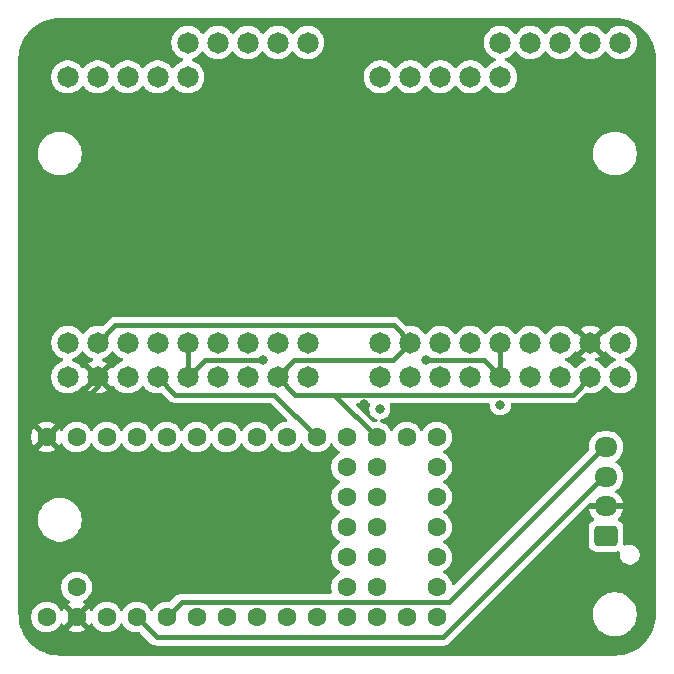
<source format=gbl>
G04 #@! TF.GenerationSoftware,KiCad,Pcbnew,9.0.0*
G04 #@! TF.CreationDate,2025-04-17T11:42:55-07:00*
G04 #@! TF.ProjectId,Teensy_Telemetry_Compact,5465656e-7379-45f5-9465-6c656d657472,rev?*
G04 #@! TF.SameCoordinates,Original*
G04 #@! TF.FileFunction,Copper,L4,Bot*
G04 #@! TF.FilePolarity,Positive*
%FSLAX46Y46*%
G04 Gerber Fmt 4.6, Leading zero omitted, Abs format (unit mm)*
G04 Created by KiCad (PCBNEW 9.0.0) date 2025-04-17 11:42:55*
%MOMM*%
%LPD*%
G01*
G04 APERTURE LIST*
G04 Aperture macros list*
%AMRoundRect*
0 Rectangle with rounded corners*
0 $1 Rounding radius*
0 $2 $3 $4 $5 $6 $7 $8 $9 X,Y pos of 4 corners*
0 Add a 4 corners polygon primitive as box body*
4,1,4,$2,$3,$4,$5,$6,$7,$8,$9,$2,$3,0*
0 Add four circle primitives for the rounded corners*
1,1,$1+$1,$2,$3*
1,1,$1+$1,$4,$5*
1,1,$1+$1,$6,$7*
1,1,$1+$1,$8,$9*
0 Add four rect primitives between the rounded corners*
20,1,$1+$1,$2,$3,$4,$5,0*
20,1,$1+$1,$4,$5,$6,$7,0*
20,1,$1+$1,$6,$7,$8,$9,0*
20,1,$1+$1,$8,$9,$2,$3,0*%
G04 Aperture macros list end*
G04 #@! TA.AperFunction,ComponentPad*
%ADD10C,1.810000*%
G04 #@! TD*
G04 #@! TA.AperFunction,ComponentPad*
%ADD11RoundRect,0.250000X0.725000X-0.600000X0.725000X0.600000X-0.725000X0.600000X-0.725000X-0.600000X0*%
G04 #@! TD*
G04 #@! TA.AperFunction,ComponentPad*
%ADD12O,1.950000X1.700000*%
G04 #@! TD*
G04 #@! TA.AperFunction,ComponentPad*
%ADD13C,1.600000*%
G04 #@! TD*
G04 #@! TA.AperFunction,ViaPad*
%ADD14C,0.800000*%
G04 #@! TD*
G04 #@! TA.AperFunction,Conductor*
%ADD15C,0.400000*%
G04 #@! TD*
G04 APERTURE END LIST*
D10*
X109640000Y-114900000D03*
X112180000Y-114900000D03*
X114720000Y-114900000D03*
X117260000Y-114900000D03*
X119800000Y-114900000D03*
X122340000Y-114900000D03*
X124880000Y-114900000D03*
X127420000Y-114900000D03*
X129960000Y-114900000D03*
X109640000Y-89500000D03*
X112180000Y-89500000D03*
X114720000Y-89500000D03*
X117260000Y-89500000D03*
X119800000Y-89500000D03*
D11*
X128750000Y-128350000D03*
D12*
X128750000Y-125850000D03*
X128750000Y-123350000D03*
X128750000Y-120850000D03*
D10*
X83175000Y-114905000D03*
X85715000Y-114905000D03*
X88255000Y-114905000D03*
X90795000Y-114905000D03*
X93335000Y-114905000D03*
X95875000Y-114905000D03*
X98415000Y-114905000D03*
X100955000Y-114905000D03*
X103495000Y-114905000D03*
X83175000Y-89505000D03*
X85715000Y-89505000D03*
X88255000Y-89505000D03*
X90795000Y-89505000D03*
X93335000Y-89505000D03*
X103495000Y-112000000D03*
X100955000Y-112000000D03*
X98415000Y-112000000D03*
X95875000Y-112000000D03*
X93335000Y-112000000D03*
X90795000Y-112000000D03*
X88255000Y-112000000D03*
X85715000Y-112000000D03*
X83175000Y-112000000D03*
X103495000Y-86600000D03*
X100955000Y-86600000D03*
X98415000Y-86600000D03*
X95875000Y-86600000D03*
X93335000Y-86600000D03*
D13*
X81380000Y-120000000D03*
X83920000Y-120000000D03*
X86460000Y-120000000D03*
X89000000Y-120000000D03*
X91540000Y-120000000D03*
X94080000Y-120000000D03*
X96620000Y-120000000D03*
X99160000Y-120000000D03*
X101700000Y-120000000D03*
X104240000Y-120000000D03*
X106780000Y-120000000D03*
X109320000Y-120000000D03*
X111860000Y-120000000D03*
X114400000Y-120000000D03*
X114400000Y-122540000D03*
X114400000Y-125080000D03*
X114400000Y-127620000D03*
X114400000Y-130160000D03*
X114400000Y-132700000D03*
X114400000Y-135240000D03*
X111860000Y-135240000D03*
X109320000Y-135240000D03*
X106780000Y-135240000D03*
X104240000Y-135240000D03*
X101700000Y-135240000D03*
X99160000Y-135240000D03*
X96620000Y-135240000D03*
X94080000Y-135240000D03*
X91540000Y-135240000D03*
X89000000Y-135240000D03*
X86460000Y-135240000D03*
X83920000Y-135240000D03*
X81380000Y-135240000D03*
X83920000Y-132700000D03*
X109320000Y-132700000D03*
X106780000Y-132700000D03*
X109320000Y-130160000D03*
X106780000Y-130160000D03*
X109320000Y-127620000D03*
X106780000Y-127620000D03*
X109320000Y-125080000D03*
X106780000Y-125080000D03*
X109320000Y-122540000D03*
X106780000Y-122540000D03*
D10*
X129960000Y-112000000D03*
X127420000Y-112000000D03*
X124880000Y-112000000D03*
X122340000Y-112000000D03*
X119800000Y-112000000D03*
X117260000Y-112000000D03*
X114720000Y-112000000D03*
X112180000Y-112000000D03*
X109640000Y-112000000D03*
X129960000Y-86600000D03*
X127420000Y-86600000D03*
X124880000Y-86600000D03*
X122340000Y-86600000D03*
X119800000Y-86600000D03*
D14*
X124000000Y-137000000D03*
X82000000Y-122500000D03*
X106000000Y-109000000D03*
X108000000Y-108000000D03*
X107000000Y-109000000D03*
X124000000Y-136000000D03*
X106000000Y-108000000D03*
X108275000Y-117200000D03*
X108000000Y-109000000D03*
X125000000Y-137000000D03*
X88900000Y-117300000D03*
X84000000Y-122500000D03*
X83000000Y-122500000D03*
X107000000Y-108000000D03*
X125000000Y-136000000D03*
X88900000Y-118200000D03*
X99680000Y-113460000D03*
X119800000Y-117250000D03*
X113500000Y-113500000D03*
X109600000Y-117600000D03*
D15*
X85715000Y-115665000D02*
X81380000Y-120000000D01*
X85715000Y-114905000D02*
X85715000Y-115665000D01*
X92830000Y-133950000D02*
X115450000Y-133950000D01*
X115450000Y-133950000D02*
X128580000Y-120820000D01*
X91540000Y-135240000D02*
X92830000Y-133950000D01*
X128580000Y-120820000D02*
X128730000Y-120820000D01*
X128580000Y-123320000D02*
X128730000Y-123320000D01*
X90710000Y-136950000D02*
X114950000Y-136950000D01*
X114950000Y-136950000D02*
X128580000Y-123320000D01*
X89000000Y-135240000D02*
X90710000Y-136950000D01*
X93335000Y-112000000D02*
X93335000Y-114905000D01*
X119800000Y-114900000D02*
X118400000Y-113500000D01*
X94780000Y-113460000D02*
X93335000Y-114905000D01*
X99680000Y-113460000D02*
X94780000Y-113460000D01*
X119800000Y-114900000D02*
X119800000Y-112000000D01*
X118400000Y-113500000D02*
X113500000Y-113500000D01*
X100955000Y-114905000D02*
X102450000Y-116400000D01*
X102360000Y-113500000D02*
X110720000Y-113500000D01*
X125920000Y-116400000D02*
X127420000Y-114900000D01*
X110770000Y-110550000D02*
X87165000Y-110550000D01*
X110720000Y-113500000D02*
X112180000Y-112040000D01*
X112180000Y-112040000D02*
X112180000Y-111960000D01*
X105100000Y-116400000D02*
X105720000Y-116400000D01*
X100955000Y-114905000D02*
X102360000Y-113500000D01*
X105720000Y-116400000D02*
X109320000Y-120000000D01*
X87165000Y-110550000D02*
X85715000Y-112000000D01*
X102450000Y-116400000D02*
X105100000Y-116400000D01*
X105100000Y-116400000D02*
X125920000Y-116400000D01*
X112180000Y-111960000D02*
X110770000Y-110550000D01*
X100640000Y-116400000D02*
X104240000Y-120000000D01*
X92290000Y-116400000D02*
X100640000Y-116400000D01*
X90795000Y-114905000D02*
X92290000Y-116400000D01*
G04 #@! TA.AperFunction,Conductor*
G36*
X108678100Y-117109741D02*
G01*
X108709900Y-117117858D01*
X108711464Y-117119538D01*
X108713666Y-117120185D01*
X108735139Y-117144966D01*
X108757511Y-117168995D01*
X108757918Y-117171255D01*
X108759421Y-117172989D01*
X108764088Y-117205452D01*
X108769917Y-117237755D01*
X108769159Y-117240720D01*
X108769365Y-117242147D01*
X108761188Y-117271952D01*
X108734106Y-117337332D01*
X108734103Y-117337341D01*
X108699500Y-117511304D01*
X108699500Y-117688695D01*
X108734103Y-117862658D01*
X108734106Y-117862667D01*
X108801983Y-118026540D01*
X108801990Y-118026553D01*
X108900535Y-118174034D01*
X108900538Y-118174038D01*
X109025961Y-118299461D01*
X109025965Y-118299464D01*
X109173446Y-118398009D01*
X109173458Y-118398016D01*
X109295134Y-118448414D01*
X109325372Y-118460939D01*
X109379776Y-118504779D01*
X109401841Y-118571073D01*
X109384562Y-118638773D01*
X109333425Y-118686383D01*
X109277920Y-118699500D01*
X109217648Y-118699500D01*
X109100929Y-118717986D01*
X109031636Y-118709031D01*
X108993851Y-118683194D01*
X107622838Y-117312181D01*
X107589353Y-117250858D01*
X107594337Y-117181166D01*
X107636209Y-117125233D01*
X107701673Y-117100816D01*
X107710519Y-117100500D01*
X108646627Y-117100500D01*
X108678100Y-117109741D01*
G37*
G04 #@! TD.AperFunction*
G04 #@! TA.AperFunction,Conductor*
G36*
X84531420Y-112765211D02*
G01*
X84545317Y-112781249D01*
X84642945Y-112915622D01*
X84799378Y-113072055D01*
X84978357Y-113202091D01*
X85175475Y-113302528D01*
X85274894Y-113334831D01*
X85332570Y-113374269D01*
X85359768Y-113438627D01*
X85347853Y-113507474D01*
X85300609Y-113558949D01*
X85274896Y-113570693D01*
X85175661Y-113602937D01*
X84978622Y-113703334D01*
X84913906Y-113750352D01*
X85606003Y-114442449D01*
X85531657Y-114462370D01*
X85423343Y-114524905D01*
X85334905Y-114613343D01*
X85272370Y-114721657D01*
X85252449Y-114796003D01*
X84560352Y-114103906D01*
X84560351Y-114103906D01*
X84545626Y-114124174D01*
X84490296Y-114166840D01*
X84420683Y-114172819D01*
X84358888Y-114140213D01*
X84344990Y-114124174D01*
X84344682Y-114123750D01*
X84247055Y-113989378D01*
X84090622Y-113832945D01*
X83911643Y-113702909D01*
X83714525Y-113602472D01*
X83615913Y-113570431D01*
X83558237Y-113530993D01*
X83531039Y-113466635D01*
X83542954Y-113397788D01*
X83590198Y-113346313D01*
X83615913Y-113334569D01*
X83624416Y-113331806D01*
X83714525Y-113302528D01*
X83911643Y-113202091D01*
X84090622Y-113072055D01*
X84247055Y-112915622D01*
X84344682Y-112781249D01*
X84400012Y-112738584D01*
X84469625Y-112732605D01*
X84531420Y-112765211D01*
G37*
G04 #@! TD.AperFunction*
G04 #@! TA.AperFunction,Conductor*
G36*
X87071420Y-112765211D02*
G01*
X87085317Y-112781249D01*
X87182945Y-112915622D01*
X87339378Y-113072055D01*
X87518357Y-113202091D01*
X87605599Y-113246543D01*
X87715470Y-113302526D01*
X87715472Y-113302526D01*
X87715475Y-113302528D01*
X87801311Y-113330418D01*
X87814087Y-113334569D01*
X87871762Y-113374007D01*
X87898960Y-113438366D01*
X87887045Y-113507212D01*
X87839801Y-113558688D01*
X87814087Y-113570431D01*
X87715470Y-113602473D01*
X87518356Y-113702909D01*
X87416242Y-113777099D01*
X87339378Y-113832945D01*
X87339376Y-113832947D01*
X87339375Y-113832947D01*
X87182947Y-113989375D01*
X87182947Y-113989376D01*
X87182945Y-113989378D01*
X87182943Y-113989381D01*
X87085009Y-114124175D01*
X87029679Y-114166840D01*
X86960065Y-114172819D01*
X86898270Y-114140213D01*
X86884373Y-114124175D01*
X86869646Y-114103906D01*
X86869646Y-114103905D01*
X86177550Y-114796002D01*
X86157630Y-114721657D01*
X86095095Y-114613343D01*
X86006657Y-114524905D01*
X85898343Y-114462370D01*
X85823997Y-114442449D01*
X86516093Y-113750352D01*
X86516092Y-113750350D01*
X86451384Y-113703338D01*
X86254336Y-113602936D01*
X86155104Y-113570693D01*
X86097429Y-113531255D01*
X86070231Y-113466896D01*
X86082146Y-113398049D01*
X86129391Y-113346574D01*
X86155101Y-113334832D01*
X86254525Y-113302528D01*
X86451643Y-113202091D01*
X86630622Y-113072055D01*
X86787055Y-112915622D01*
X86884682Y-112781249D01*
X86940012Y-112738584D01*
X87009625Y-112732605D01*
X87071420Y-112765211D01*
G37*
G04 #@! TD.AperFunction*
G04 #@! TA.AperFunction,Conductor*
G36*
X126977370Y-112183343D02*
G01*
X127039905Y-112291657D01*
X127128343Y-112380095D01*
X127236657Y-112442630D01*
X127311002Y-112462550D01*
X126618905Y-113154646D01*
X126683618Y-113201663D01*
X126880662Y-113302063D01*
X126972201Y-113331806D01*
X127029876Y-113371244D01*
X127057074Y-113435603D01*
X127045159Y-113504449D01*
X126997915Y-113555925D01*
X126972201Y-113567668D01*
X126880471Y-113597473D01*
X126683356Y-113697909D01*
X126611178Y-113750350D01*
X126504378Y-113827945D01*
X126504376Y-113827947D01*
X126504375Y-113827947D01*
X126347947Y-113984375D01*
X126347947Y-113984376D01*
X126347945Y-113984378D01*
X126261103Y-114103906D01*
X126250318Y-114118750D01*
X126194988Y-114161415D01*
X126125374Y-114167394D01*
X126063579Y-114134788D01*
X126049682Y-114118750D01*
X126038897Y-114103906D01*
X125952055Y-113984378D01*
X125795622Y-113827945D01*
X125616643Y-113697909D01*
X125419525Y-113597472D01*
X125328606Y-113567930D01*
X125270931Y-113528493D01*
X125243733Y-113464135D01*
X125255648Y-113395288D01*
X125302892Y-113343813D01*
X125328607Y-113332069D01*
X125329416Y-113331806D01*
X125419525Y-113302528D01*
X125616643Y-113202091D01*
X125795622Y-113072055D01*
X125952055Y-112915622D01*
X126049990Y-112780825D01*
X126105320Y-112738160D01*
X126174933Y-112732181D01*
X126236728Y-112764787D01*
X126250626Y-112780826D01*
X126265350Y-112801092D01*
X126265352Y-112801093D01*
X126957449Y-112108996D01*
X126977370Y-112183343D01*
G37*
G04 #@! TD.AperFunction*
G04 #@! TA.AperFunction,Conductor*
G36*
X128574646Y-112801093D02*
G01*
X128574646Y-112801092D01*
X128589373Y-112780824D01*
X128644703Y-112738159D01*
X128714317Y-112732180D01*
X128776112Y-112764786D01*
X128790008Y-112780824D01*
X128887945Y-112915622D01*
X129044378Y-113072055D01*
X129223357Y-113202091D01*
X129310599Y-113246543D01*
X129420470Y-113302526D01*
X129420472Y-113302526D01*
X129420475Y-113302528D01*
X129510584Y-113331806D01*
X129511393Y-113332069D01*
X129569068Y-113371507D01*
X129596266Y-113435866D01*
X129584351Y-113504712D01*
X129537107Y-113556188D01*
X129511393Y-113567931D01*
X129420470Y-113597473D01*
X129223356Y-113697909D01*
X129151178Y-113750350D01*
X129044378Y-113827945D01*
X129044376Y-113827947D01*
X129044375Y-113827947D01*
X128887947Y-113984375D01*
X128887947Y-113984376D01*
X128887945Y-113984378D01*
X128801103Y-114103906D01*
X128790318Y-114118750D01*
X128734988Y-114161415D01*
X128665374Y-114167394D01*
X128603579Y-114134788D01*
X128589682Y-114118750D01*
X128578897Y-114103906D01*
X128492055Y-113984378D01*
X128335622Y-113827945D01*
X128156643Y-113697909D01*
X128120500Y-113679493D01*
X127959529Y-113597473D01*
X127867798Y-113567668D01*
X127810123Y-113528230D01*
X127782925Y-113463871D01*
X127794840Y-113395025D01*
X127842084Y-113343549D01*
X127867799Y-113331806D01*
X127959335Y-113302063D01*
X128156380Y-113201664D01*
X128221092Y-113154646D01*
X128221093Y-113154646D01*
X127528996Y-112462550D01*
X127603343Y-112442630D01*
X127711657Y-112380095D01*
X127800095Y-112291657D01*
X127862630Y-112183343D01*
X127882550Y-112108996D01*
X128574646Y-112801093D01*
G37*
G04 #@! TD.AperFunction*
G04 #@! TA.AperFunction,Conductor*
G36*
X129503032Y-84500648D02*
G01*
X129806846Y-84515574D01*
X129813661Y-84516099D01*
X129882848Y-84523371D01*
X129887986Y-84524022D01*
X130153502Y-84563408D01*
X130161000Y-84564760D01*
X130223686Y-84578084D01*
X130227890Y-84579056D01*
X130494442Y-84645824D01*
X130502604Y-84648170D01*
X130553306Y-84664644D01*
X130556660Y-84665788D01*
X130826065Y-84762184D01*
X130834686Y-84765639D01*
X130865509Y-84779362D01*
X130868053Y-84780530D01*
X131144156Y-84911117D01*
X131154876Y-84916847D01*
X131283431Y-84993900D01*
X131438988Y-85087137D01*
X131449106Y-85093897D01*
X131715170Y-85291224D01*
X131724576Y-85298944D01*
X131970013Y-85521395D01*
X131978604Y-85529986D01*
X132084091Y-85646373D01*
X132201055Y-85775423D01*
X132208775Y-85784829D01*
X132406102Y-86050893D01*
X132412862Y-86061011D01*
X132583144Y-86345110D01*
X132588881Y-86355842D01*
X132719468Y-86631945D01*
X132720652Y-86634525D01*
X132734349Y-86665288D01*
X132737821Y-86673950D01*
X132834185Y-86943267D01*
X132835365Y-86946725D01*
X132851827Y-86997391D01*
X132854180Y-87005578D01*
X132920926Y-87272042D01*
X132921932Y-87276391D01*
X132935229Y-87338948D01*
X132936597Y-87346535D01*
X132975970Y-87611968D01*
X132976633Y-87617201D01*
X132983896Y-87686305D01*
X132984426Y-87693181D01*
X132999351Y-87996967D01*
X132999500Y-88003052D01*
X132999500Y-134996947D01*
X132999351Y-135003032D01*
X132984426Y-135306817D01*
X132983896Y-135313693D01*
X132976633Y-135382797D01*
X132975970Y-135388030D01*
X132936597Y-135653463D01*
X132935229Y-135661050D01*
X132921932Y-135723607D01*
X132920926Y-135727956D01*
X132854180Y-135994420D01*
X132851827Y-136002607D01*
X132835365Y-136053273D01*
X132834185Y-136056731D01*
X132737821Y-136326048D01*
X132734349Y-136334710D01*
X132720652Y-136365473D01*
X132719468Y-136368053D01*
X132588882Y-136644153D01*
X132583146Y-136654884D01*
X132412861Y-136938990D01*
X132406100Y-136949109D01*
X132208775Y-137215170D01*
X132201055Y-137224576D01*
X131978611Y-137470006D01*
X131970006Y-137478611D01*
X131724576Y-137701055D01*
X131715170Y-137708775D01*
X131449109Y-137906100D01*
X131438990Y-137912861D01*
X131154884Y-138083146D01*
X131144153Y-138088882D01*
X130868053Y-138219468D01*
X130865473Y-138220652D01*
X130834710Y-138234349D01*
X130826048Y-138237821D01*
X130556731Y-138334185D01*
X130553273Y-138335365D01*
X130502607Y-138351827D01*
X130494420Y-138354180D01*
X130227956Y-138420926D01*
X130223607Y-138421932D01*
X130161050Y-138435229D01*
X130153463Y-138436597D01*
X129888030Y-138475970D01*
X129882797Y-138476633D01*
X129813693Y-138483896D01*
X129806817Y-138484426D01*
X129503033Y-138499351D01*
X129496948Y-138499500D01*
X82503052Y-138499500D01*
X82496967Y-138499351D01*
X82193181Y-138484426D01*
X82186305Y-138483896D01*
X82117201Y-138476633D01*
X82111968Y-138475970D01*
X81846535Y-138436597D01*
X81838948Y-138435229D01*
X81776391Y-138421932D01*
X81772042Y-138420926D01*
X81505578Y-138354180D01*
X81497391Y-138351827D01*
X81446725Y-138335365D01*
X81443267Y-138334185D01*
X81173950Y-138237821D01*
X81165288Y-138234349D01*
X81134525Y-138220652D01*
X81131945Y-138219468D01*
X80855842Y-138088881D01*
X80845110Y-138083144D01*
X80561011Y-137912862D01*
X80550893Y-137906102D01*
X80284829Y-137708775D01*
X80275423Y-137701055D01*
X80219644Y-137650500D01*
X80029986Y-137478604D01*
X80021395Y-137470013D01*
X79798944Y-137224576D01*
X79791224Y-137215170D01*
X79593897Y-136949106D01*
X79587137Y-136938988D01*
X79416847Y-136654876D01*
X79411117Y-136644156D01*
X79280530Y-136368053D01*
X79279346Y-136365473D01*
X79273474Y-136352284D01*
X79265639Y-136334686D01*
X79262184Y-136326065D01*
X79165788Y-136056660D01*
X79164644Y-136053306D01*
X79148170Y-136002604D01*
X79145824Y-135994442D01*
X79079056Y-135727890D01*
X79078084Y-135723686D01*
X79064760Y-135661000D01*
X79063408Y-135653502D01*
X79024022Y-135387986D01*
X79023371Y-135382848D01*
X79016099Y-135313661D01*
X79015574Y-135306846D01*
X79007262Y-135137648D01*
X80079500Y-135137648D01*
X80079500Y-135342352D01*
X80082578Y-135361785D01*
X80111522Y-135544534D01*
X80174781Y-135739223D01*
X80232030Y-135851578D01*
X80267585Y-135921359D01*
X80267715Y-135921613D01*
X80388028Y-136087213D01*
X80532786Y-136231971D01*
X80687749Y-136344556D01*
X80698390Y-136352287D01*
X80814607Y-136411503D01*
X80880776Y-136445218D01*
X80880778Y-136445218D01*
X80880781Y-136445220D01*
X80985137Y-136479127D01*
X81075465Y-136508477D01*
X81176557Y-136524488D01*
X81277648Y-136540500D01*
X81277649Y-136540500D01*
X81482351Y-136540500D01*
X81482352Y-136540500D01*
X81684534Y-136508477D01*
X81879219Y-136445220D01*
X82061610Y-136352287D01*
X82154590Y-136284732D01*
X82227213Y-136231971D01*
X82227215Y-136231968D01*
X82227219Y-136231966D01*
X82371966Y-136087219D01*
X82371968Y-136087215D01*
X82371971Y-136087213D01*
X82492286Y-135921611D01*
X82492415Y-135921359D01*
X82539795Y-135828369D01*
X82587769Y-135777573D01*
X82655590Y-135760778D01*
X82721725Y-135783315D01*
X82760765Y-135828369D01*
X82808141Y-135921350D01*
X82808147Y-135921359D01*
X82840523Y-135965921D01*
X82840524Y-135965922D01*
X83396212Y-135410234D01*
X83407482Y-135452292D01*
X83479890Y-135577708D01*
X83582292Y-135680110D01*
X83707708Y-135752518D01*
X83749765Y-135763787D01*
X83194076Y-136319474D01*
X83238650Y-136351859D01*
X83420968Y-136444755D01*
X83615582Y-136507990D01*
X83817683Y-136540000D01*
X84022317Y-136540000D01*
X84224417Y-136507990D01*
X84419031Y-136444755D01*
X84601349Y-136351859D01*
X84645921Y-136319474D01*
X84090234Y-135763787D01*
X84132292Y-135752518D01*
X84257708Y-135680110D01*
X84360110Y-135577708D01*
X84432518Y-135452292D01*
X84443787Y-135410234D01*
X84999474Y-135965921D01*
X85031861Y-135921347D01*
X85031861Y-135921346D01*
X85079234Y-135828371D01*
X85127208Y-135777575D01*
X85195028Y-135760779D01*
X85261164Y-135783316D01*
X85300203Y-135828369D01*
X85347713Y-135921611D01*
X85468028Y-136087213D01*
X85612786Y-136231971D01*
X85767749Y-136344556D01*
X85778390Y-136352287D01*
X85894607Y-136411503D01*
X85960776Y-136445218D01*
X85960778Y-136445218D01*
X85960781Y-136445220D01*
X86065137Y-136479127D01*
X86155465Y-136508477D01*
X86256557Y-136524488D01*
X86357648Y-136540500D01*
X86357649Y-136540500D01*
X86562351Y-136540500D01*
X86562352Y-136540500D01*
X86764534Y-136508477D01*
X86959219Y-136445220D01*
X87141610Y-136352287D01*
X87234590Y-136284732D01*
X87307213Y-136231971D01*
X87307215Y-136231968D01*
X87307219Y-136231966D01*
X87451966Y-136087219D01*
X87451968Y-136087215D01*
X87451971Y-136087213D01*
X87572284Y-135921614D01*
X87572286Y-135921611D01*
X87572287Y-135921610D01*
X87619516Y-135828917D01*
X87667489Y-135778123D01*
X87735310Y-135761328D01*
X87801445Y-135783865D01*
X87840485Y-135828919D01*
X87887715Y-135921614D01*
X88008028Y-136087213D01*
X88152786Y-136231971D01*
X88307749Y-136344556D01*
X88318390Y-136352287D01*
X88434607Y-136411503D01*
X88500776Y-136445218D01*
X88500778Y-136445218D01*
X88500781Y-136445220D01*
X88605137Y-136479127D01*
X88695465Y-136508477D01*
X88796557Y-136524488D01*
X88897648Y-136540500D01*
X88897649Y-136540500D01*
X89102350Y-136540500D01*
X89102352Y-136540500D01*
X89219068Y-136522013D01*
X89288362Y-136530967D01*
X89326148Y-136556805D01*
X90263453Y-137494111D01*
X90263454Y-137494112D01*
X90378190Y-137570776D01*
X90441086Y-137596828D01*
X90505671Y-137623580D01*
X90505672Y-137623580D01*
X90505677Y-137623582D01*
X90532545Y-137628925D01*
X90532551Y-137628926D01*
X90532591Y-137628934D01*
X90622937Y-137646905D01*
X90641006Y-137650500D01*
X90641007Y-137650500D01*
X115018996Y-137650500D01*
X115127457Y-137628925D01*
X115154328Y-137623580D01*
X115218913Y-137596828D01*
X115281807Y-137570777D01*
X115281808Y-137570776D01*
X115281811Y-137570775D01*
X115396543Y-137494114D01*
X118011946Y-134878711D01*
X127649500Y-134878711D01*
X127649500Y-135121288D01*
X127681161Y-135361785D01*
X127743947Y-135596104D01*
X127836773Y-135820205D01*
X127836777Y-135820214D01*
X127841803Y-135828919D01*
X127958064Y-136030289D01*
X127958066Y-136030292D01*
X127958067Y-136030293D01*
X128105733Y-136222736D01*
X128105739Y-136222743D01*
X128277256Y-136394260D01*
X128277262Y-136394265D01*
X128469711Y-136541936D01*
X128679788Y-136663224D01*
X128903900Y-136756054D01*
X129138211Y-136818838D01*
X129318586Y-136842584D01*
X129378711Y-136850500D01*
X129378712Y-136850500D01*
X129621289Y-136850500D01*
X129669388Y-136844167D01*
X129861789Y-136818838D01*
X130096100Y-136756054D01*
X130320212Y-136663224D01*
X130530289Y-136541936D01*
X130722738Y-136394265D01*
X130894265Y-136222738D01*
X131041936Y-136030289D01*
X131163224Y-135820212D01*
X131256054Y-135596100D01*
X131318838Y-135361789D01*
X131350500Y-135121288D01*
X131350500Y-134878712D01*
X131318838Y-134638211D01*
X131256054Y-134403900D01*
X131163224Y-134179788D01*
X131041936Y-133969711D01*
X130894265Y-133777262D01*
X130894260Y-133777256D01*
X130722743Y-133605739D01*
X130722736Y-133605733D01*
X130530293Y-133458067D01*
X130530292Y-133458066D01*
X130530289Y-133458064D01*
X130320212Y-133336776D01*
X130320205Y-133336773D01*
X130096104Y-133243947D01*
X129861785Y-133181161D01*
X129621289Y-133149500D01*
X129621288Y-133149500D01*
X129378712Y-133149500D01*
X129378711Y-133149500D01*
X129138214Y-133181161D01*
X128903895Y-133243947D01*
X128679794Y-133336773D01*
X128679785Y-133336777D01*
X128469706Y-133458067D01*
X128277263Y-133605733D01*
X128277256Y-133605739D01*
X128105739Y-133777256D01*
X128105733Y-133777263D01*
X127958067Y-133969706D01*
X127958064Y-133969710D01*
X127958064Y-133969711D01*
X127957018Y-133971523D01*
X127836777Y-134179785D01*
X127836773Y-134179794D01*
X127743947Y-134403895D01*
X127681161Y-134638214D01*
X127649500Y-134878711D01*
X118011946Y-134878711D01*
X127254337Y-125636318D01*
X127315660Y-125602834D01*
X127342018Y-125600000D01*
X128345854Y-125600000D01*
X128307370Y-125666657D01*
X128275000Y-125787465D01*
X128275000Y-125912535D01*
X128307370Y-126033343D01*
X128345854Y-126100000D01*
X127297769Y-126100000D01*
X127308242Y-126166126D01*
X127308242Y-126166129D01*
X127373904Y-126368217D01*
X127470379Y-126557557D01*
X127595272Y-126729459D01*
X127595276Y-126729464D01*
X127734143Y-126868331D01*
X127767628Y-126929654D01*
X127762644Y-126999346D01*
X127720772Y-127055279D01*
X127711559Y-127061551D01*
X127556342Y-127157289D01*
X127432289Y-127281342D01*
X127340187Y-127430663D01*
X127340186Y-127430666D01*
X127285001Y-127597203D01*
X127285001Y-127597204D01*
X127285000Y-127597204D01*
X127274500Y-127699983D01*
X127274500Y-129000001D01*
X127274501Y-129000018D01*
X127285000Y-129102796D01*
X127285001Y-129102799D01*
X127294739Y-129132185D01*
X127340186Y-129269334D01*
X127432288Y-129418656D01*
X127556344Y-129542712D01*
X127705666Y-129634814D01*
X127872203Y-129689999D01*
X127974991Y-129700500D01*
X129525008Y-129700499D01*
X129627797Y-129689999D01*
X129754031Y-129648168D01*
X129823855Y-129645767D01*
X129883897Y-129681498D01*
X129915091Y-129744018D01*
X129914650Y-129790065D01*
X129899500Y-129866234D01*
X129899500Y-130033771D01*
X129932182Y-130198074D01*
X129932184Y-130198082D01*
X129996295Y-130352860D01*
X130089373Y-130492162D01*
X130207837Y-130610626D01*
X130280562Y-130659219D01*
X130347137Y-130703703D01*
X130501918Y-130767816D01*
X130666228Y-130800499D01*
X130666232Y-130800500D01*
X130666233Y-130800500D01*
X130833768Y-130800500D01*
X130833769Y-130800499D01*
X130998082Y-130767816D01*
X131152863Y-130703703D01*
X131292162Y-130610626D01*
X131410626Y-130492162D01*
X131503703Y-130352863D01*
X131567816Y-130198082D01*
X131600500Y-130033767D01*
X131600500Y-129866233D01*
X131567816Y-129701918D01*
X131503703Y-129547137D01*
X131457765Y-129478386D01*
X131410626Y-129407837D01*
X131292162Y-129289373D01*
X131152860Y-129196295D01*
X130998082Y-129132184D01*
X130998074Y-129132182D01*
X130833771Y-129099500D01*
X130833767Y-129099500D01*
X130666233Y-129099500D01*
X130666228Y-129099500D01*
X130501925Y-129132182D01*
X130501913Y-129132185D01*
X130391109Y-129178082D01*
X130321640Y-129185551D01*
X130259161Y-129154276D01*
X130223509Y-129094187D01*
X130220299Y-129050918D01*
X130225499Y-129000016D01*
X130225500Y-129000009D01*
X130225499Y-127699992D01*
X130214999Y-127597203D01*
X130159814Y-127430666D01*
X130067712Y-127281344D01*
X129943656Y-127157288D01*
X129794334Y-127065186D01*
X129794332Y-127065185D01*
X129788440Y-127061551D01*
X129741716Y-127009603D01*
X129730493Y-126940641D01*
X129758337Y-126876558D01*
X129765856Y-126868330D01*
X129904728Y-126729458D01*
X130029620Y-126557557D01*
X130126095Y-126368217D01*
X130191757Y-126166129D01*
X130191757Y-126166126D01*
X130202231Y-126100000D01*
X129154146Y-126100000D01*
X129192630Y-126033343D01*
X129225000Y-125912535D01*
X129225000Y-125787465D01*
X129192630Y-125666657D01*
X129154146Y-125600000D01*
X130202231Y-125600000D01*
X130191757Y-125533873D01*
X130191757Y-125533870D01*
X130126095Y-125331782D01*
X130029620Y-125142442D01*
X129904727Y-124970540D01*
X129904723Y-124970535D01*
X129754464Y-124820276D01*
X129754459Y-124820272D01*
X129589781Y-124700627D01*
X129547115Y-124645297D01*
X129541136Y-124575684D01*
X129573741Y-124513889D01*
X129589776Y-124499994D01*
X129754792Y-124380104D01*
X129905104Y-124229792D01*
X129905106Y-124229788D01*
X129905109Y-124229786D01*
X130030048Y-124057820D01*
X130030047Y-124057820D01*
X130030051Y-124057816D01*
X130126557Y-123868412D01*
X130192246Y-123666243D01*
X130225500Y-123456287D01*
X130225500Y-123243713D01*
X130192246Y-123033757D01*
X130126557Y-122831588D01*
X130030051Y-122642184D01*
X130030049Y-122642181D01*
X130030048Y-122642179D01*
X129905109Y-122470213D01*
X129754792Y-122319896D01*
X129590204Y-122200316D01*
X129547540Y-122144989D01*
X129541561Y-122075376D01*
X129574166Y-122013580D01*
X129590199Y-121999686D01*
X129754792Y-121880104D01*
X129905104Y-121729792D01*
X129905106Y-121729788D01*
X129905109Y-121729786D01*
X130030048Y-121557820D01*
X130030047Y-121557820D01*
X130030051Y-121557816D01*
X130126557Y-121368412D01*
X130192246Y-121166243D01*
X130225500Y-120956287D01*
X130225500Y-120743713D01*
X130192246Y-120533757D01*
X130126557Y-120331588D01*
X130030051Y-120142184D01*
X130030049Y-120142181D01*
X130030048Y-120142179D01*
X129905109Y-119970213D01*
X129754786Y-119819890D01*
X129582820Y-119694951D01*
X129393414Y-119598444D01*
X129393413Y-119598443D01*
X129393412Y-119598443D01*
X129191243Y-119532754D01*
X129191241Y-119532753D01*
X129191240Y-119532753D01*
X129029957Y-119507208D01*
X128981287Y-119499500D01*
X128518713Y-119499500D01*
X128470042Y-119507208D01*
X128308760Y-119532753D01*
X128106585Y-119598444D01*
X127917179Y-119694951D01*
X127745213Y-119819890D01*
X127594890Y-119970213D01*
X127469951Y-120142179D01*
X127373444Y-120331585D01*
X127373443Y-120331587D01*
X127373443Y-120331588D01*
X127366306Y-120353553D01*
X127307753Y-120533760D01*
X127274500Y-120743713D01*
X127274500Y-120956291D01*
X127289029Y-121048025D01*
X127280074Y-121117319D01*
X127254237Y-121155104D01*
X115887786Y-132521556D01*
X115826463Y-132555041D01*
X115756771Y-132550057D01*
X115700838Y-132508185D01*
X115677633Y-132453276D01*
X115668477Y-132395466D01*
X115605220Y-132200781D01*
X115605218Y-132200778D01*
X115605218Y-132200776D01*
X115559515Y-132111080D01*
X115512287Y-132018390D01*
X115504556Y-132007749D01*
X115391971Y-131852786D01*
X115247213Y-131708028D01*
X115081614Y-131587715D01*
X115075006Y-131584348D01*
X114988917Y-131540483D01*
X114938123Y-131492511D01*
X114921328Y-131424690D01*
X114943865Y-131358555D01*
X114988917Y-131319516D01*
X115081610Y-131272287D01*
X115102770Y-131256913D01*
X115247213Y-131151971D01*
X115247215Y-131151968D01*
X115247219Y-131151966D01*
X115391966Y-131007219D01*
X115391968Y-131007215D01*
X115391971Y-131007213D01*
X115444732Y-130934590D01*
X115512287Y-130841610D01*
X115605220Y-130659219D01*
X115668477Y-130464534D01*
X115700500Y-130262352D01*
X115700500Y-130057648D01*
X115670183Y-129866234D01*
X115668477Y-129855465D01*
X115618125Y-129700498D01*
X115605220Y-129660781D01*
X115605218Y-129660778D01*
X115605218Y-129660776D01*
X115547315Y-129547137D01*
X115512287Y-129478390D01*
X115468888Y-129418656D01*
X115391971Y-129312786D01*
X115247213Y-129168028D01*
X115081614Y-129047715D01*
X115075006Y-129044348D01*
X114988917Y-129000483D01*
X114938123Y-128952511D01*
X114921328Y-128884690D01*
X114943865Y-128818555D01*
X114988917Y-128779516D01*
X115081610Y-128732287D01*
X115102770Y-128716913D01*
X115247213Y-128611971D01*
X115247215Y-128611968D01*
X115247219Y-128611966D01*
X115391966Y-128467219D01*
X115391968Y-128467215D01*
X115391971Y-128467213D01*
X115444973Y-128394260D01*
X115512287Y-128301610D01*
X115605220Y-128119219D01*
X115668477Y-127924534D01*
X115700500Y-127722352D01*
X115700500Y-127517648D01*
X115668477Y-127315465D01*
X115617082Y-127157288D01*
X115605220Y-127120781D01*
X115605218Y-127120778D01*
X115605218Y-127120776D01*
X115559515Y-127031080D01*
X115512287Y-126938390D01*
X115461386Y-126868330D01*
X115391971Y-126772786D01*
X115247213Y-126628028D01*
X115081614Y-126507715D01*
X115075006Y-126504348D01*
X114988917Y-126460483D01*
X114938123Y-126412511D01*
X114921328Y-126344690D01*
X114943865Y-126278555D01*
X114988917Y-126239516D01*
X115081610Y-126192287D01*
X115151297Y-126141657D01*
X115247213Y-126071971D01*
X115247215Y-126071968D01*
X115247219Y-126071966D01*
X115391966Y-125927219D01*
X115391968Y-125927215D01*
X115391971Y-125927213D01*
X115493502Y-125787465D01*
X115512287Y-125761610D01*
X115605220Y-125579219D01*
X115668477Y-125384534D01*
X115700500Y-125182352D01*
X115700500Y-124977648D01*
X115668477Y-124775466D01*
X115605220Y-124580781D01*
X115605218Y-124580778D01*
X115605218Y-124580776D01*
X115571137Y-124513889D01*
X115512287Y-124398390D01*
X115499001Y-124380103D01*
X115391971Y-124232786D01*
X115247213Y-124088028D01*
X115081614Y-123967715D01*
X115075006Y-123964348D01*
X114988917Y-123920483D01*
X114938123Y-123872511D01*
X114921328Y-123804690D01*
X114943865Y-123738555D01*
X114988917Y-123699516D01*
X115081610Y-123652287D01*
X115225116Y-123548025D01*
X115247213Y-123531971D01*
X115247215Y-123531968D01*
X115247219Y-123531966D01*
X115391966Y-123387219D01*
X115391968Y-123387215D01*
X115391971Y-123387213D01*
X115496228Y-123243713D01*
X115512287Y-123221610D01*
X115605220Y-123039219D01*
X115668477Y-122844534D01*
X115700500Y-122642352D01*
X115700500Y-122437648D01*
X115668477Y-122235466D01*
X115605220Y-122040781D01*
X115605218Y-122040778D01*
X115605218Y-122040776D01*
X115559515Y-121951080D01*
X115512287Y-121858390D01*
X115504556Y-121847749D01*
X115391971Y-121692786D01*
X115247213Y-121548028D01*
X115081614Y-121427715D01*
X115075006Y-121424348D01*
X114988917Y-121380483D01*
X114938123Y-121332511D01*
X114921328Y-121264690D01*
X114943865Y-121198555D01*
X114988917Y-121159516D01*
X115081610Y-121112287D01*
X115170060Y-121048025D01*
X115247213Y-120991971D01*
X115247215Y-120991968D01*
X115247219Y-120991966D01*
X115391966Y-120847219D01*
X115391968Y-120847215D01*
X115391971Y-120847213D01*
X115467167Y-120743713D01*
X115512287Y-120681610D01*
X115605220Y-120499219D01*
X115668477Y-120304534D01*
X115700500Y-120102352D01*
X115700500Y-119897648D01*
X115670000Y-119705081D01*
X115668477Y-119695465D01*
X115624426Y-119559890D01*
X115605220Y-119500781D01*
X115605218Y-119500778D01*
X115605218Y-119500776D01*
X115512420Y-119318652D01*
X115512287Y-119318390D01*
X115480092Y-119274077D01*
X115391971Y-119152786D01*
X115247213Y-119008028D01*
X115081613Y-118887715D01*
X115081612Y-118887714D01*
X115081610Y-118887713D01*
X115024653Y-118858691D01*
X114899223Y-118794781D01*
X114704534Y-118731522D01*
X114523616Y-118702868D01*
X114502352Y-118699500D01*
X114297648Y-118699500D01*
X114276384Y-118702868D01*
X114095465Y-118731522D01*
X113900776Y-118794781D01*
X113718386Y-118887715D01*
X113552786Y-119008028D01*
X113408028Y-119152786D01*
X113287715Y-119318386D01*
X113240485Y-119411080D01*
X113192510Y-119461876D01*
X113124689Y-119478671D01*
X113058554Y-119456134D01*
X113019515Y-119411080D01*
X112972420Y-119318652D01*
X112972287Y-119318390D01*
X112940092Y-119274077D01*
X112851971Y-119152786D01*
X112707213Y-119008028D01*
X112541613Y-118887715D01*
X112541612Y-118887714D01*
X112541610Y-118887713D01*
X112484653Y-118858691D01*
X112359223Y-118794781D01*
X112164534Y-118731522D01*
X111983616Y-118702868D01*
X111962352Y-118699500D01*
X111757648Y-118699500D01*
X111736384Y-118702868D01*
X111555465Y-118731522D01*
X111360776Y-118794781D01*
X111178386Y-118887715D01*
X111012786Y-119008028D01*
X110868028Y-119152786D01*
X110747715Y-119318386D01*
X110700485Y-119411080D01*
X110652510Y-119461876D01*
X110584689Y-119478671D01*
X110518554Y-119456134D01*
X110479515Y-119411080D01*
X110432420Y-119318652D01*
X110432287Y-119318390D01*
X110400092Y-119274077D01*
X110311971Y-119152786D01*
X110167213Y-119008028D01*
X110001613Y-118887715D01*
X110001612Y-118887714D01*
X110001610Y-118887713D01*
X109944653Y-118858691D01*
X109819223Y-118794781D01*
X109657723Y-118742306D01*
X109600048Y-118702868D01*
X109572850Y-118638509D01*
X109584765Y-118569663D01*
X109632010Y-118518187D01*
X109683901Y-118500971D01*
X109688680Y-118500500D01*
X109688691Y-118500500D01*
X109752442Y-118487819D01*
X109862658Y-118465896D01*
X109862661Y-118465894D01*
X109862666Y-118465894D01*
X110026547Y-118398013D01*
X110174035Y-118299464D01*
X110299464Y-118174035D01*
X110398013Y-118026547D01*
X110465894Y-117862666D01*
X110473579Y-117824035D01*
X110500499Y-117688695D01*
X110500500Y-117688693D01*
X110500500Y-117511306D01*
X110500499Y-117511304D01*
X110465896Y-117337341D01*
X110465893Y-117337332D01*
X110438812Y-117271952D01*
X110431343Y-117202483D01*
X110462618Y-117140004D01*
X110522707Y-117104352D01*
X110553373Y-117100500D01*
X118775500Y-117100500D01*
X118842539Y-117120185D01*
X118888294Y-117172989D01*
X118899500Y-117224500D01*
X118899500Y-117338695D01*
X118934103Y-117512658D01*
X118934106Y-117512667D01*
X119001983Y-117676540D01*
X119001990Y-117676553D01*
X119100535Y-117824034D01*
X119100538Y-117824038D01*
X119225961Y-117949461D01*
X119225965Y-117949464D01*
X119373446Y-118048009D01*
X119373459Y-118048016D01*
X119496363Y-118098923D01*
X119537334Y-118115894D01*
X119537336Y-118115894D01*
X119537341Y-118115896D01*
X119711304Y-118150499D01*
X119711307Y-118150500D01*
X119711309Y-118150500D01*
X119888693Y-118150500D01*
X119888694Y-118150499D01*
X119946682Y-118138964D01*
X120062658Y-118115896D01*
X120062661Y-118115894D01*
X120062666Y-118115894D01*
X120226547Y-118048013D01*
X120374035Y-117949464D01*
X120499464Y-117824035D01*
X120598013Y-117676547D01*
X120665894Y-117512666D01*
X120700500Y-117338691D01*
X120700500Y-117224500D01*
X120720185Y-117157461D01*
X120772989Y-117111706D01*
X120824500Y-117100500D01*
X125988996Y-117100500D01*
X126097457Y-117078925D01*
X126124328Y-117073580D01*
X126188069Y-117047177D01*
X126251807Y-117020777D01*
X126251808Y-117020776D01*
X126251811Y-117020775D01*
X126366543Y-116944114D01*
X127002078Y-116308577D01*
X127063399Y-116275094D01*
X127109155Y-116273787D01*
X127309380Y-116305500D01*
X127309385Y-116305500D01*
X127530620Y-116305500D01*
X127749122Y-116270892D01*
X127772312Y-116263357D01*
X127959525Y-116202528D01*
X128156643Y-116102091D01*
X128335622Y-115972055D01*
X128492055Y-115815622D01*
X128589682Y-115681249D01*
X128645012Y-115638584D01*
X128714625Y-115632605D01*
X128776420Y-115665211D01*
X128790317Y-115681249D01*
X128887945Y-115815622D01*
X129044378Y-115972055D01*
X129223357Y-116102091D01*
X129316485Y-116149542D01*
X129420470Y-116202526D01*
X129420472Y-116202526D01*
X129420475Y-116202528D01*
X129533257Y-116239173D01*
X129630877Y-116270892D01*
X129849380Y-116305500D01*
X129849385Y-116305500D01*
X130070620Y-116305500D01*
X130289122Y-116270892D01*
X130312312Y-116263357D01*
X130499525Y-116202528D01*
X130696643Y-116102091D01*
X130875622Y-115972055D01*
X131032055Y-115815622D01*
X131162091Y-115636643D01*
X131262528Y-115439525D01*
X131330892Y-115229122D01*
X131336826Y-115191657D01*
X131365500Y-115010620D01*
X131365500Y-114789379D01*
X131330892Y-114570877D01*
X131275117Y-114399221D01*
X131262528Y-114360475D01*
X131262526Y-114360472D01*
X131262526Y-114360470D01*
X131191046Y-114220185D01*
X131162091Y-114163357D01*
X131032055Y-113984378D01*
X130875622Y-113827945D01*
X130696643Y-113697909D01*
X130499525Y-113597472D01*
X130408606Y-113567930D01*
X130350931Y-113528493D01*
X130323733Y-113464135D01*
X130335648Y-113395288D01*
X130382892Y-113343813D01*
X130408607Y-113332069D01*
X130409416Y-113331806D01*
X130499525Y-113302528D01*
X130696643Y-113202091D01*
X130875622Y-113072055D01*
X131032055Y-112915622D01*
X131162091Y-112736643D01*
X131262528Y-112539525D01*
X131330892Y-112329122D01*
X131336826Y-112291657D01*
X131365500Y-112110620D01*
X131365500Y-111889379D01*
X131330892Y-111670877D01*
X131262526Y-111460470D01*
X131192475Y-111322989D01*
X131162091Y-111263357D01*
X131032055Y-111084378D01*
X130875622Y-110927945D01*
X130696643Y-110797909D01*
X130499529Y-110697473D01*
X130289122Y-110629107D01*
X130070620Y-110594500D01*
X130070615Y-110594500D01*
X129849385Y-110594500D01*
X129849380Y-110594500D01*
X129630877Y-110629107D01*
X129420470Y-110697473D01*
X129223356Y-110797909D01*
X129158060Y-110845350D01*
X129044378Y-110927945D01*
X129044376Y-110927947D01*
X129044375Y-110927947D01*
X128887947Y-111084375D01*
X128887947Y-111084376D01*
X128887945Y-111084378D01*
X128887943Y-111084381D01*
X128790009Y-111219175D01*
X128734679Y-111261840D01*
X128665065Y-111267819D01*
X128603270Y-111235213D01*
X128589373Y-111219175D01*
X128574646Y-111198906D01*
X128574646Y-111198905D01*
X127882550Y-111891002D01*
X127862630Y-111816657D01*
X127800095Y-111708343D01*
X127711657Y-111619905D01*
X127603343Y-111557370D01*
X127528997Y-111537449D01*
X128221093Y-110845352D01*
X128221092Y-110845350D01*
X128156384Y-110798338D01*
X127959337Y-110697936D01*
X127749005Y-110629594D01*
X127530581Y-110595000D01*
X127309419Y-110595000D01*
X127090994Y-110629594D01*
X126880662Y-110697936D01*
X126683622Y-110798334D01*
X126618906Y-110845352D01*
X127311003Y-111537449D01*
X127236657Y-111557370D01*
X127128343Y-111619905D01*
X127039905Y-111708343D01*
X126977370Y-111816657D01*
X126957449Y-111891003D01*
X126265352Y-111198906D01*
X126265351Y-111198906D01*
X126250626Y-111219174D01*
X126195296Y-111261840D01*
X126125683Y-111267819D01*
X126063888Y-111235213D01*
X126049990Y-111219174D01*
X126049682Y-111218750D01*
X125952055Y-111084378D01*
X125795622Y-110927945D01*
X125616643Y-110797909D01*
X125419529Y-110697473D01*
X125209122Y-110629107D01*
X124990620Y-110594500D01*
X124990615Y-110594500D01*
X124769385Y-110594500D01*
X124769380Y-110594500D01*
X124550877Y-110629107D01*
X124340470Y-110697473D01*
X124143356Y-110797909D01*
X124078060Y-110845350D01*
X123964378Y-110927945D01*
X123964376Y-110927947D01*
X123964375Y-110927947D01*
X123807947Y-111084375D01*
X123807947Y-111084376D01*
X123807945Y-111084378D01*
X123710318Y-111218750D01*
X123654988Y-111261415D01*
X123585374Y-111267394D01*
X123523579Y-111234788D01*
X123509682Y-111218750D01*
X123412055Y-111084378D01*
X123255622Y-110927945D01*
X123076643Y-110797909D01*
X122879529Y-110697473D01*
X122669122Y-110629107D01*
X122450620Y-110594500D01*
X122450615Y-110594500D01*
X122229385Y-110594500D01*
X122229380Y-110594500D01*
X122010877Y-110629107D01*
X121800470Y-110697473D01*
X121603356Y-110797909D01*
X121538060Y-110845350D01*
X121424378Y-110927945D01*
X121424376Y-110927947D01*
X121424375Y-110927947D01*
X121267947Y-111084375D01*
X121267947Y-111084376D01*
X121267945Y-111084378D01*
X121170318Y-111218750D01*
X121114988Y-111261415D01*
X121045374Y-111267394D01*
X120983579Y-111234788D01*
X120969682Y-111218750D01*
X120872055Y-111084378D01*
X120715622Y-110927945D01*
X120536643Y-110797909D01*
X120339529Y-110697473D01*
X120129122Y-110629107D01*
X119910620Y-110594500D01*
X119910615Y-110594500D01*
X119689385Y-110594500D01*
X119689380Y-110594500D01*
X119470877Y-110629107D01*
X119260470Y-110697473D01*
X119063356Y-110797909D01*
X118998060Y-110845350D01*
X118884378Y-110927945D01*
X118884376Y-110927947D01*
X118884375Y-110927947D01*
X118727947Y-111084375D01*
X118727947Y-111084376D01*
X118727945Y-111084378D01*
X118630318Y-111218750D01*
X118574988Y-111261415D01*
X118505374Y-111267394D01*
X118443579Y-111234788D01*
X118429682Y-111218750D01*
X118332055Y-111084378D01*
X118175622Y-110927945D01*
X117996643Y-110797909D01*
X117799529Y-110697473D01*
X117589122Y-110629107D01*
X117370620Y-110594500D01*
X117370615Y-110594500D01*
X117149385Y-110594500D01*
X117149380Y-110594500D01*
X116930877Y-110629107D01*
X116720470Y-110697473D01*
X116523356Y-110797909D01*
X116458060Y-110845350D01*
X116344378Y-110927945D01*
X116344376Y-110927947D01*
X116344375Y-110927947D01*
X116187947Y-111084375D01*
X116187947Y-111084376D01*
X116187945Y-111084378D01*
X116090318Y-111218750D01*
X116034988Y-111261415D01*
X115965374Y-111267394D01*
X115903579Y-111234788D01*
X115889682Y-111218750D01*
X115792055Y-111084378D01*
X115635622Y-110927945D01*
X115456643Y-110797909D01*
X115259529Y-110697473D01*
X115049122Y-110629107D01*
X114830620Y-110594500D01*
X114830615Y-110594500D01*
X114609385Y-110594500D01*
X114609380Y-110594500D01*
X114390877Y-110629107D01*
X114180470Y-110697473D01*
X113983356Y-110797909D01*
X113918060Y-110845350D01*
X113804378Y-110927945D01*
X113804376Y-110927947D01*
X113804375Y-110927947D01*
X113647947Y-111084375D01*
X113647947Y-111084376D01*
X113647945Y-111084378D01*
X113550318Y-111218750D01*
X113494988Y-111261415D01*
X113425374Y-111267394D01*
X113363579Y-111234788D01*
X113349682Y-111218750D01*
X113252055Y-111084378D01*
X113095622Y-110927945D01*
X112916643Y-110797909D01*
X112719529Y-110697473D01*
X112509122Y-110629107D01*
X112290620Y-110594500D01*
X112290615Y-110594500D01*
X112069385Y-110594500D01*
X112069380Y-110594500D01*
X111903687Y-110620743D01*
X111834393Y-110611788D01*
X111796608Y-110585951D01*
X111216546Y-110005888D01*
X111216545Y-110005887D01*
X111101807Y-109929222D01*
X110974332Y-109876421D01*
X110974322Y-109876418D01*
X110838996Y-109849500D01*
X110838994Y-109849500D01*
X110838993Y-109849500D01*
X87233994Y-109849500D01*
X87096006Y-109849500D01*
X87096004Y-109849500D01*
X86960677Y-109876418D01*
X86960667Y-109876421D01*
X86833192Y-109929222D01*
X86718454Y-110005887D01*
X86132921Y-110591420D01*
X86071598Y-110624905D01*
X86025842Y-110626212D01*
X85825620Y-110594500D01*
X85825615Y-110594500D01*
X85604385Y-110594500D01*
X85604380Y-110594500D01*
X85385877Y-110629107D01*
X85175470Y-110697473D01*
X84978356Y-110797909D01*
X84913060Y-110845350D01*
X84799378Y-110927945D01*
X84799376Y-110927947D01*
X84799375Y-110927947D01*
X84642947Y-111084375D01*
X84642947Y-111084376D01*
X84642945Y-111084378D01*
X84545318Y-111218750D01*
X84489988Y-111261415D01*
X84420374Y-111267394D01*
X84358579Y-111234788D01*
X84344682Y-111218750D01*
X84247055Y-111084378D01*
X84090622Y-110927945D01*
X83911643Y-110797909D01*
X83714529Y-110697473D01*
X83504122Y-110629107D01*
X83285620Y-110594500D01*
X83285615Y-110594500D01*
X83064385Y-110594500D01*
X83064380Y-110594500D01*
X82845877Y-110629107D01*
X82635470Y-110697473D01*
X82438356Y-110797909D01*
X82373060Y-110845350D01*
X82259378Y-110927945D01*
X82259376Y-110927947D01*
X82259375Y-110927947D01*
X82102947Y-111084375D01*
X82102947Y-111084376D01*
X82102945Y-111084378D01*
X82102943Y-111084381D01*
X81972909Y-111263356D01*
X81872473Y-111460470D01*
X81804107Y-111670877D01*
X81769500Y-111889379D01*
X81769500Y-112110620D01*
X81804107Y-112329122D01*
X81872473Y-112539529D01*
X81948060Y-112687874D01*
X81972909Y-112736643D01*
X82102945Y-112915622D01*
X82259378Y-113072055D01*
X82438357Y-113202091D01*
X82525599Y-113246543D01*
X82635470Y-113302526D01*
X82635472Y-113302526D01*
X82635475Y-113302528D01*
X82721311Y-113330418D01*
X82734087Y-113334569D01*
X82791762Y-113374007D01*
X82818960Y-113438366D01*
X82807045Y-113507212D01*
X82759801Y-113558688D01*
X82734087Y-113570431D01*
X82635470Y-113602473D01*
X82438356Y-113702909D01*
X82336242Y-113777099D01*
X82259378Y-113832945D01*
X82259376Y-113832947D01*
X82259375Y-113832947D01*
X82102947Y-113989375D01*
X82102947Y-113989376D01*
X82102945Y-113989378D01*
X82102943Y-113989381D01*
X81972909Y-114168356D01*
X81872473Y-114365470D01*
X81804107Y-114575877D01*
X81769500Y-114794379D01*
X81769500Y-115015620D01*
X81804107Y-115234122D01*
X81872473Y-115444529D01*
X81945512Y-115587874D01*
X81972909Y-115641643D01*
X82102945Y-115820622D01*
X82259378Y-115977055D01*
X82438357Y-116107091D01*
X82531485Y-116154542D01*
X82635470Y-116207526D01*
X82635472Y-116207526D01*
X82635475Y-116207528D01*
X82748257Y-116244173D01*
X82845877Y-116275892D01*
X83064380Y-116310500D01*
X83064385Y-116310500D01*
X83285620Y-116310500D01*
X83504122Y-116275892D01*
X83506578Y-116275094D01*
X83714525Y-116207528D01*
X83911643Y-116107091D01*
X84090622Y-115977055D01*
X84247055Y-115820622D01*
X84344990Y-115685825D01*
X84400320Y-115643160D01*
X84469933Y-115637181D01*
X84531728Y-115669787D01*
X84545626Y-115685826D01*
X84560350Y-115706092D01*
X84560352Y-115706093D01*
X85252449Y-115013996D01*
X85272370Y-115088343D01*
X85334905Y-115196657D01*
X85423343Y-115285095D01*
X85531657Y-115347630D01*
X85606002Y-115367550D01*
X84913905Y-116059646D01*
X84978618Y-116106663D01*
X85175662Y-116207063D01*
X85385994Y-116275405D01*
X85604419Y-116310000D01*
X85825581Y-116310000D01*
X86044005Y-116275405D01*
X86254337Y-116207063D01*
X86451380Y-116106664D01*
X86516092Y-116059646D01*
X86516093Y-116059646D01*
X85823996Y-115367550D01*
X85898343Y-115347630D01*
X86006657Y-115285095D01*
X86095095Y-115196657D01*
X86157630Y-115088343D01*
X86177550Y-115013997D01*
X86869646Y-115706093D01*
X86869646Y-115706092D01*
X86884373Y-115685824D01*
X86939703Y-115643159D01*
X87009317Y-115637180D01*
X87071112Y-115669786D01*
X87085009Y-115685825D01*
X87099734Y-115706092D01*
X87182945Y-115820622D01*
X87339378Y-115977055D01*
X87518357Y-116107091D01*
X87611485Y-116154542D01*
X87715470Y-116207526D01*
X87715472Y-116207526D01*
X87715475Y-116207528D01*
X87828257Y-116244173D01*
X87925877Y-116275892D01*
X88144380Y-116310500D01*
X88144385Y-116310500D01*
X88365620Y-116310500D01*
X88584122Y-116275892D01*
X88586578Y-116275094D01*
X88794525Y-116207528D01*
X88991643Y-116107091D01*
X89170622Y-115977055D01*
X89327055Y-115820622D01*
X89424682Y-115686249D01*
X89480012Y-115643584D01*
X89549625Y-115637605D01*
X89611420Y-115670211D01*
X89625317Y-115686249D01*
X89722945Y-115820622D01*
X89879378Y-115977055D01*
X90058357Y-116107091D01*
X90151485Y-116154542D01*
X90255470Y-116207526D01*
X90255472Y-116207526D01*
X90255475Y-116207528D01*
X90368257Y-116244173D01*
X90465877Y-116275892D01*
X90684380Y-116310500D01*
X90684385Y-116310500D01*
X90905620Y-116310500D01*
X91083379Y-116282344D01*
X91105843Y-116278787D01*
X91175136Y-116287741D01*
X91212922Y-116313579D01*
X91843453Y-116944111D01*
X91843454Y-116944112D01*
X91958190Y-117020776D01*
X92056790Y-117061617D01*
X92085671Y-117073580D01*
X92085672Y-117073580D01*
X92085677Y-117073582D01*
X92112545Y-117078925D01*
X92112551Y-117078926D01*
X92112591Y-117078934D01*
X92202937Y-117096905D01*
X92221006Y-117100500D01*
X92221007Y-117100500D01*
X100298481Y-117100500D01*
X100365520Y-117120185D01*
X100386162Y-117136819D01*
X101737162Y-118487819D01*
X101770647Y-118549142D01*
X101765663Y-118618834D01*
X101723791Y-118674767D01*
X101658327Y-118699184D01*
X101649481Y-118699500D01*
X101597648Y-118699500D01*
X101576384Y-118702868D01*
X101395465Y-118731522D01*
X101200776Y-118794781D01*
X101018386Y-118887715D01*
X100852786Y-119008028D01*
X100708028Y-119152786D01*
X100587715Y-119318386D01*
X100540485Y-119411080D01*
X100492510Y-119461876D01*
X100424689Y-119478671D01*
X100358554Y-119456134D01*
X100319515Y-119411080D01*
X100272420Y-119318652D01*
X100272287Y-119318390D01*
X100240092Y-119274077D01*
X100151971Y-119152786D01*
X100007213Y-119008028D01*
X99841613Y-118887715D01*
X99841612Y-118887714D01*
X99841610Y-118887713D01*
X99784653Y-118858691D01*
X99659223Y-118794781D01*
X99464534Y-118731522D01*
X99283616Y-118702868D01*
X99262352Y-118699500D01*
X99057648Y-118699500D01*
X99036384Y-118702868D01*
X98855465Y-118731522D01*
X98660776Y-118794781D01*
X98478386Y-118887715D01*
X98312786Y-119008028D01*
X98168028Y-119152786D01*
X98047715Y-119318386D01*
X98000485Y-119411080D01*
X97952510Y-119461876D01*
X97884689Y-119478671D01*
X97818554Y-119456134D01*
X97779515Y-119411080D01*
X97732420Y-119318652D01*
X97732287Y-119318390D01*
X97700092Y-119274077D01*
X97611971Y-119152786D01*
X97467213Y-119008028D01*
X97301613Y-118887715D01*
X97301612Y-118887714D01*
X97301610Y-118887713D01*
X97244653Y-118858691D01*
X97119223Y-118794781D01*
X96924534Y-118731522D01*
X96743616Y-118702868D01*
X96722352Y-118699500D01*
X96517648Y-118699500D01*
X96496384Y-118702868D01*
X96315465Y-118731522D01*
X96120776Y-118794781D01*
X95938386Y-118887715D01*
X95772786Y-119008028D01*
X95628028Y-119152786D01*
X95507715Y-119318386D01*
X95460485Y-119411080D01*
X95412510Y-119461876D01*
X95344689Y-119478671D01*
X95278554Y-119456134D01*
X95239515Y-119411080D01*
X95192420Y-119318652D01*
X95192287Y-119318390D01*
X95160092Y-119274077D01*
X95071971Y-119152786D01*
X94927213Y-119008028D01*
X94761613Y-118887715D01*
X94761612Y-118887714D01*
X94761610Y-118887713D01*
X94704653Y-118858691D01*
X94579223Y-118794781D01*
X94384534Y-118731522D01*
X94203616Y-118702868D01*
X94182352Y-118699500D01*
X93977648Y-118699500D01*
X93956384Y-118702868D01*
X93775465Y-118731522D01*
X93580776Y-118794781D01*
X93398386Y-118887715D01*
X93232786Y-119008028D01*
X93088028Y-119152786D01*
X92967715Y-119318386D01*
X92920485Y-119411080D01*
X92872510Y-119461876D01*
X92804689Y-119478671D01*
X92738554Y-119456134D01*
X92699515Y-119411080D01*
X92652420Y-119318652D01*
X92652287Y-119318390D01*
X92620092Y-119274077D01*
X92531971Y-119152786D01*
X92387213Y-119008028D01*
X92221613Y-118887715D01*
X92221612Y-118887714D01*
X92221610Y-118887713D01*
X92164653Y-118858691D01*
X92039223Y-118794781D01*
X91844534Y-118731522D01*
X91663616Y-118702868D01*
X91642352Y-118699500D01*
X91437648Y-118699500D01*
X91416384Y-118702868D01*
X91235465Y-118731522D01*
X91040776Y-118794781D01*
X90858386Y-118887715D01*
X90692786Y-119008028D01*
X90548028Y-119152786D01*
X90427715Y-119318386D01*
X90380485Y-119411080D01*
X90332510Y-119461876D01*
X90264689Y-119478671D01*
X90198554Y-119456134D01*
X90159515Y-119411080D01*
X90112420Y-119318652D01*
X90112287Y-119318390D01*
X90080092Y-119274077D01*
X89991971Y-119152786D01*
X89847213Y-119008028D01*
X89681613Y-118887715D01*
X89681612Y-118887714D01*
X89681610Y-118887713D01*
X89624653Y-118858691D01*
X89499223Y-118794781D01*
X89304534Y-118731522D01*
X89123616Y-118702868D01*
X89102352Y-118699500D01*
X88897648Y-118699500D01*
X88876384Y-118702868D01*
X88695465Y-118731522D01*
X88500776Y-118794781D01*
X88318386Y-118887715D01*
X88152786Y-119008028D01*
X88008028Y-119152786D01*
X87887715Y-119318386D01*
X87840485Y-119411080D01*
X87792510Y-119461876D01*
X87724689Y-119478671D01*
X87658554Y-119456134D01*
X87619515Y-119411080D01*
X87572420Y-119318652D01*
X87572287Y-119318390D01*
X87540092Y-119274077D01*
X87451971Y-119152786D01*
X87307213Y-119008028D01*
X87141613Y-118887715D01*
X87141612Y-118887714D01*
X87141610Y-118887713D01*
X87084653Y-118858691D01*
X86959223Y-118794781D01*
X86764534Y-118731522D01*
X86583616Y-118702868D01*
X86562352Y-118699500D01*
X86357648Y-118699500D01*
X86336384Y-118702868D01*
X86155465Y-118731522D01*
X85960776Y-118794781D01*
X85778386Y-118887715D01*
X85612786Y-119008028D01*
X85468028Y-119152786D01*
X85347715Y-119318386D01*
X85300485Y-119411080D01*
X85252510Y-119461876D01*
X85184689Y-119478671D01*
X85118554Y-119456134D01*
X85079515Y-119411080D01*
X85032420Y-119318652D01*
X85032287Y-119318390D01*
X85000092Y-119274077D01*
X84911971Y-119152786D01*
X84767213Y-119008028D01*
X84601613Y-118887715D01*
X84601612Y-118887714D01*
X84601610Y-118887713D01*
X84544653Y-118858691D01*
X84419223Y-118794781D01*
X84224534Y-118731522D01*
X84043616Y-118702868D01*
X84022352Y-118699500D01*
X83817648Y-118699500D01*
X83796384Y-118702868D01*
X83615465Y-118731522D01*
X83420776Y-118794781D01*
X83238386Y-118887715D01*
X83072786Y-119008028D01*
X82928028Y-119152786D01*
X82807713Y-119318388D01*
X82760203Y-119411630D01*
X82712228Y-119462426D01*
X82644407Y-119479220D01*
X82578272Y-119456682D01*
X82539234Y-119411628D01*
X82491861Y-119318652D01*
X82459474Y-119274077D01*
X82459474Y-119274076D01*
X81903787Y-119829764D01*
X81892518Y-119787708D01*
X81820110Y-119662292D01*
X81717708Y-119559890D01*
X81592292Y-119487482D01*
X81550233Y-119476212D01*
X82105922Y-118920524D01*
X82105921Y-118920523D01*
X82061359Y-118888147D01*
X82061350Y-118888141D01*
X81879031Y-118795244D01*
X81684417Y-118732009D01*
X81482317Y-118700000D01*
X81277683Y-118700000D01*
X81075582Y-118732009D01*
X80880968Y-118795244D01*
X80698644Y-118888143D01*
X80654077Y-118920523D01*
X80654077Y-118920524D01*
X81209766Y-119476212D01*
X81167708Y-119487482D01*
X81042292Y-119559890D01*
X80939890Y-119662292D01*
X80867482Y-119787708D01*
X80856212Y-119829765D01*
X80300524Y-119274077D01*
X80300523Y-119274077D01*
X80268143Y-119318644D01*
X80175244Y-119500968D01*
X80112009Y-119695582D01*
X80080000Y-119897682D01*
X80080000Y-120102317D01*
X80112009Y-120304417D01*
X80175244Y-120499031D01*
X80268141Y-120681350D01*
X80268147Y-120681359D01*
X80300523Y-120725921D01*
X80300524Y-120725922D01*
X80856212Y-120170234D01*
X80867482Y-120212292D01*
X80939890Y-120337708D01*
X81042292Y-120440110D01*
X81167708Y-120512518D01*
X81209765Y-120523787D01*
X80654076Y-121079474D01*
X80698650Y-121111859D01*
X80880968Y-121204755D01*
X81075582Y-121267990D01*
X81277683Y-121300000D01*
X81482317Y-121300000D01*
X81684417Y-121267990D01*
X81879031Y-121204755D01*
X82061349Y-121111859D01*
X82105921Y-121079474D01*
X81550234Y-120523787D01*
X81592292Y-120512518D01*
X81717708Y-120440110D01*
X81820110Y-120337708D01*
X81892518Y-120212292D01*
X81903787Y-120170234D01*
X82459474Y-120725921D01*
X82491861Y-120681347D01*
X82491861Y-120681346D01*
X82539234Y-120588371D01*
X82587208Y-120537575D01*
X82655028Y-120520779D01*
X82721164Y-120543316D01*
X82760203Y-120588369D01*
X82807713Y-120681611D01*
X82928028Y-120847213D01*
X83072786Y-120991971D01*
X83193226Y-121079474D01*
X83238390Y-121112287D01*
X83354607Y-121171503D01*
X83420776Y-121205218D01*
X83420778Y-121205218D01*
X83420781Y-121205220D01*
X83525137Y-121239127D01*
X83615465Y-121268477D01*
X83634697Y-121271523D01*
X83817648Y-121300500D01*
X83817649Y-121300500D01*
X84022351Y-121300500D01*
X84022352Y-121300500D01*
X84224534Y-121268477D01*
X84419219Y-121205220D01*
X84601610Y-121112287D01*
X84694590Y-121044732D01*
X84767213Y-120991971D01*
X84767215Y-120991968D01*
X84767219Y-120991966D01*
X84911966Y-120847219D01*
X84911968Y-120847215D01*
X84911971Y-120847213D01*
X85032284Y-120681614D01*
X85032286Y-120681611D01*
X85032287Y-120681610D01*
X85079516Y-120588917D01*
X85127489Y-120538123D01*
X85195310Y-120521328D01*
X85261445Y-120543865D01*
X85300485Y-120588919D01*
X85347715Y-120681614D01*
X85468028Y-120847213D01*
X85612786Y-120991971D01*
X85733226Y-121079474D01*
X85778390Y-121112287D01*
X85894607Y-121171503D01*
X85960776Y-121205218D01*
X85960778Y-121205218D01*
X85960781Y-121205220D01*
X86065137Y-121239127D01*
X86155465Y-121268477D01*
X86174697Y-121271523D01*
X86357648Y-121300500D01*
X86357649Y-121300500D01*
X86562351Y-121300500D01*
X86562352Y-121300500D01*
X86764534Y-121268477D01*
X86959219Y-121205220D01*
X87141610Y-121112287D01*
X87234590Y-121044732D01*
X87307213Y-120991971D01*
X87307215Y-120991968D01*
X87307219Y-120991966D01*
X87451966Y-120847219D01*
X87451968Y-120847215D01*
X87451971Y-120847213D01*
X87572284Y-120681614D01*
X87572286Y-120681611D01*
X87572287Y-120681610D01*
X87619516Y-120588917D01*
X87667489Y-120538123D01*
X87735310Y-120521328D01*
X87801445Y-120543865D01*
X87840485Y-120588919D01*
X87887715Y-120681614D01*
X88008028Y-120847213D01*
X88152786Y-120991971D01*
X88273226Y-121079474D01*
X88318390Y-121112287D01*
X88434607Y-121171503D01*
X88500776Y-121205218D01*
X88500778Y-121205218D01*
X88500781Y-121205220D01*
X88605137Y-121239127D01*
X88695465Y-121268477D01*
X88714697Y-121271523D01*
X88897648Y-121300500D01*
X88897649Y-121300500D01*
X89102351Y-121300500D01*
X89102352Y-121300500D01*
X89304534Y-121268477D01*
X89499219Y-121205220D01*
X89681610Y-121112287D01*
X89774590Y-121044732D01*
X89847213Y-120991971D01*
X89847215Y-120991968D01*
X89847219Y-120991966D01*
X89991966Y-120847219D01*
X89991968Y-120847215D01*
X89991971Y-120847213D01*
X90112284Y-120681614D01*
X90112286Y-120681611D01*
X90112287Y-120681610D01*
X90159516Y-120588917D01*
X90207489Y-120538123D01*
X90275310Y-120521328D01*
X90341445Y-120543865D01*
X90380485Y-120588919D01*
X90427715Y-120681614D01*
X90548028Y-120847213D01*
X90692786Y-120991971D01*
X90813226Y-121079474D01*
X90858390Y-121112287D01*
X90974607Y-121171503D01*
X91040776Y-121205218D01*
X91040778Y-121205218D01*
X91040781Y-121205220D01*
X91145137Y-121239127D01*
X91235465Y-121268477D01*
X91254697Y-121271523D01*
X91437648Y-121300500D01*
X91437649Y-121300500D01*
X91642351Y-121300500D01*
X91642352Y-121300500D01*
X91844534Y-121268477D01*
X92039219Y-121205220D01*
X92221610Y-121112287D01*
X92314590Y-121044732D01*
X92387213Y-120991971D01*
X92387215Y-120991968D01*
X92387219Y-120991966D01*
X92531966Y-120847219D01*
X92531968Y-120847215D01*
X92531971Y-120847213D01*
X92652284Y-120681614D01*
X92652286Y-120681611D01*
X92652287Y-120681610D01*
X92699516Y-120588917D01*
X92747489Y-120538123D01*
X92815310Y-120521328D01*
X92881445Y-120543865D01*
X92920485Y-120588919D01*
X92967715Y-120681614D01*
X93088028Y-120847213D01*
X93232786Y-120991971D01*
X93353226Y-121079474D01*
X93398390Y-121112287D01*
X93514607Y-121171503D01*
X93580776Y-121205218D01*
X93580778Y-121205218D01*
X93580781Y-121205220D01*
X93685137Y-121239127D01*
X93775465Y-121268477D01*
X93794697Y-121271523D01*
X93977648Y-121300500D01*
X93977649Y-121300500D01*
X94182351Y-121300500D01*
X94182352Y-121300500D01*
X94384534Y-121268477D01*
X94579219Y-121205220D01*
X94761610Y-121112287D01*
X94854590Y-121044732D01*
X94927213Y-120991971D01*
X94927215Y-120991968D01*
X94927219Y-120991966D01*
X95071966Y-120847219D01*
X95071968Y-120847215D01*
X95071971Y-120847213D01*
X95192284Y-120681614D01*
X95192286Y-120681611D01*
X95192287Y-120681610D01*
X95239516Y-120588917D01*
X95287489Y-120538123D01*
X95355310Y-120521328D01*
X95421445Y-120543865D01*
X95460485Y-120588919D01*
X95507715Y-120681614D01*
X95628028Y-120847213D01*
X95772786Y-120991971D01*
X95893226Y-121079474D01*
X95938390Y-121112287D01*
X96054607Y-121171503D01*
X96120776Y-121205218D01*
X96120778Y-121205218D01*
X96120781Y-121205220D01*
X96225137Y-121239127D01*
X96315465Y-121268477D01*
X96334697Y-121271523D01*
X96517648Y-121300500D01*
X96517649Y-121300500D01*
X96722351Y-121300500D01*
X96722352Y-121300500D01*
X96924534Y-121268477D01*
X97119219Y-121205220D01*
X97301610Y-121112287D01*
X97394590Y-121044732D01*
X97467213Y-120991971D01*
X97467215Y-120991968D01*
X97467219Y-120991966D01*
X97611966Y-120847219D01*
X97611968Y-120847215D01*
X97611971Y-120847213D01*
X97732284Y-120681614D01*
X97732286Y-120681611D01*
X97732287Y-120681610D01*
X97779516Y-120588917D01*
X97827489Y-120538123D01*
X97895310Y-120521328D01*
X97961445Y-120543865D01*
X98000485Y-120588919D01*
X98047715Y-120681614D01*
X98168028Y-120847213D01*
X98312786Y-120991971D01*
X98433226Y-121079474D01*
X98478390Y-121112287D01*
X98594607Y-121171503D01*
X98660776Y-121205218D01*
X98660778Y-121205218D01*
X98660781Y-121205220D01*
X98765137Y-121239127D01*
X98855465Y-121268477D01*
X98874697Y-121271523D01*
X99057648Y-121300500D01*
X99057649Y-121300500D01*
X99262351Y-121300500D01*
X99262352Y-121300500D01*
X99464534Y-121268477D01*
X99659219Y-121205220D01*
X99841610Y-121112287D01*
X99934590Y-121044732D01*
X100007213Y-120991971D01*
X100007215Y-120991968D01*
X100007219Y-120991966D01*
X100151966Y-120847219D01*
X100151968Y-120847215D01*
X100151971Y-120847213D01*
X100272284Y-120681614D01*
X100272286Y-120681611D01*
X100272287Y-120681610D01*
X100319516Y-120588917D01*
X100367489Y-120538123D01*
X100435310Y-120521328D01*
X100501445Y-120543865D01*
X100540485Y-120588919D01*
X100587715Y-120681614D01*
X100708028Y-120847213D01*
X100852786Y-120991971D01*
X100973226Y-121079474D01*
X101018390Y-121112287D01*
X101134607Y-121171503D01*
X101200776Y-121205218D01*
X101200778Y-121205218D01*
X101200781Y-121205220D01*
X101305137Y-121239127D01*
X101395465Y-121268477D01*
X101414697Y-121271523D01*
X101597648Y-121300500D01*
X101597649Y-121300500D01*
X101802351Y-121300500D01*
X101802352Y-121300500D01*
X102004534Y-121268477D01*
X102199219Y-121205220D01*
X102381610Y-121112287D01*
X102474590Y-121044732D01*
X102547213Y-120991971D01*
X102547215Y-120991968D01*
X102547219Y-120991966D01*
X102691966Y-120847219D01*
X102691968Y-120847215D01*
X102691971Y-120847213D01*
X102812284Y-120681614D01*
X102812286Y-120681611D01*
X102812287Y-120681610D01*
X102859516Y-120588917D01*
X102907489Y-120538123D01*
X102975310Y-120521328D01*
X103041445Y-120543865D01*
X103080485Y-120588919D01*
X103127715Y-120681614D01*
X103248028Y-120847213D01*
X103392786Y-120991971D01*
X103513226Y-121079474D01*
X103558390Y-121112287D01*
X103674607Y-121171503D01*
X103740776Y-121205218D01*
X103740778Y-121205218D01*
X103740781Y-121205220D01*
X103845137Y-121239127D01*
X103935465Y-121268477D01*
X103954697Y-121271523D01*
X104137648Y-121300500D01*
X104137649Y-121300500D01*
X104342351Y-121300500D01*
X104342352Y-121300500D01*
X104544534Y-121268477D01*
X104739219Y-121205220D01*
X104921610Y-121112287D01*
X105014590Y-121044732D01*
X105087213Y-120991971D01*
X105087215Y-120991968D01*
X105087219Y-120991966D01*
X105231966Y-120847219D01*
X105231968Y-120847215D01*
X105231971Y-120847213D01*
X105352284Y-120681614D01*
X105352286Y-120681611D01*
X105352287Y-120681610D01*
X105399516Y-120588917D01*
X105447489Y-120538123D01*
X105515310Y-120521328D01*
X105581445Y-120543865D01*
X105620485Y-120588919D01*
X105667715Y-120681614D01*
X105788028Y-120847213D01*
X105932786Y-120991971D01*
X106053226Y-121079474D01*
X106098390Y-121112287D01*
X106182423Y-121155104D01*
X106191080Y-121159515D01*
X106241876Y-121207490D01*
X106258671Y-121275311D01*
X106236134Y-121341446D01*
X106191080Y-121380485D01*
X106098386Y-121427715D01*
X105932786Y-121548028D01*
X105788028Y-121692786D01*
X105667715Y-121858386D01*
X105574781Y-122040776D01*
X105511522Y-122235465D01*
X105479500Y-122437648D01*
X105479500Y-122642351D01*
X105511522Y-122844534D01*
X105574781Y-123039223D01*
X105667715Y-123221613D01*
X105788028Y-123387213D01*
X105932786Y-123531971D01*
X106050260Y-123617319D01*
X106098390Y-123652287D01*
X106189840Y-123698883D01*
X106191080Y-123699515D01*
X106241876Y-123747490D01*
X106258671Y-123815311D01*
X106236134Y-123881446D01*
X106191080Y-123920485D01*
X106098386Y-123967715D01*
X105932786Y-124088028D01*
X105788028Y-124232786D01*
X105667715Y-124398386D01*
X105574781Y-124580776D01*
X105511522Y-124775465D01*
X105479500Y-124977648D01*
X105479500Y-125182351D01*
X105511522Y-125384534D01*
X105574781Y-125579223D01*
X105667715Y-125761613D01*
X105788028Y-125927213D01*
X105932786Y-126071971D01*
X106062382Y-126166126D01*
X106098390Y-126192287D01*
X106189840Y-126238883D01*
X106191080Y-126239515D01*
X106241876Y-126287490D01*
X106258671Y-126355311D01*
X106236134Y-126421446D01*
X106191080Y-126460485D01*
X106098386Y-126507715D01*
X105932786Y-126628028D01*
X105788028Y-126772786D01*
X105667715Y-126938386D01*
X105574781Y-127120776D01*
X105511522Y-127315465D01*
X105479500Y-127517648D01*
X105479500Y-127722351D01*
X105511522Y-127924534D01*
X105574781Y-128119223D01*
X105667715Y-128301613D01*
X105788028Y-128467213D01*
X105932786Y-128611971D01*
X106087749Y-128724556D01*
X106098390Y-128732287D01*
X106189840Y-128778883D01*
X106191080Y-128779515D01*
X106241876Y-128827490D01*
X106258671Y-128895311D01*
X106236134Y-128961446D01*
X106191080Y-129000485D01*
X106098386Y-129047715D01*
X105932786Y-129168028D01*
X105788028Y-129312786D01*
X105667715Y-129478386D01*
X105574781Y-129660776D01*
X105511522Y-129855465D01*
X105479500Y-130057648D01*
X105479500Y-130262351D01*
X105511522Y-130464534D01*
X105574781Y-130659223D01*
X105638691Y-130784653D01*
X105646766Y-130800500D01*
X105667715Y-130841613D01*
X105788028Y-131007213D01*
X105932786Y-131151971D01*
X106087749Y-131264556D01*
X106098390Y-131272287D01*
X106189840Y-131318883D01*
X106191080Y-131319515D01*
X106241876Y-131367490D01*
X106258671Y-131435311D01*
X106236134Y-131501446D01*
X106191080Y-131540485D01*
X106098386Y-131587715D01*
X105932786Y-131708028D01*
X105788028Y-131852786D01*
X105667715Y-132018386D01*
X105574781Y-132200776D01*
X105511522Y-132395465D01*
X105479500Y-132597648D01*
X105479500Y-132802351D01*
X105511523Y-133004535D01*
X105511523Y-133004538D01*
X105538376Y-133087182D01*
X105540371Y-133157023D01*
X105504290Y-133216856D01*
X105441589Y-133247684D01*
X105420445Y-133249500D01*
X92761003Y-133249500D01*
X92652590Y-133271065D01*
X92652589Y-133271065D01*
X92639131Y-133273742D01*
X92625673Y-133276419D01*
X92625671Y-133276420D01*
X92572866Y-133298292D01*
X92572864Y-133298293D01*
X92572863Y-133298292D01*
X92498191Y-133329223D01*
X92437682Y-133369655D01*
X92437681Y-133369655D01*
X92383461Y-133405883D01*
X92383453Y-133405889D01*
X91866148Y-133923194D01*
X91804825Y-133956679D01*
X91759069Y-133957986D01*
X91698613Y-133948410D01*
X91642352Y-133939500D01*
X91437648Y-133939500D01*
X91413329Y-133943351D01*
X91235465Y-133971522D01*
X91040776Y-134034781D01*
X90858386Y-134127715D01*
X90692786Y-134248028D01*
X90548028Y-134392786D01*
X90427715Y-134558386D01*
X90380485Y-134651080D01*
X90332510Y-134701876D01*
X90264689Y-134718671D01*
X90198554Y-134696134D01*
X90159515Y-134651080D01*
X90112420Y-134558652D01*
X90112287Y-134558390D01*
X90080092Y-134514077D01*
X89991971Y-134392786D01*
X89847213Y-134248028D01*
X89681613Y-134127715D01*
X89681612Y-134127714D01*
X89681610Y-134127713D01*
X89589470Y-134080765D01*
X89499223Y-134034781D01*
X89304534Y-133971522D01*
X89129995Y-133943878D01*
X89102352Y-133939500D01*
X88897648Y-133939500D01*
X88873329Y-133943351D01*
X88695465Y-133971522D01*
X88500776Y-134034781D01*
X88318386Y-134127715D01*
X88152786Y-134248028D01*
X88008028Y-134392786D01*
X87887715Y-134558386D01*
X87840485Y-134651080D01*
X87792510Y-134701876D01*
X87724689Y-134718671D01*
X87658554Y-134696134D01*
X87619515Y-134651080D01*
X87572420Y-134558652D01*
X87572287Y-134558390D01*
X87540092Y-134514077D01*
X87451971Y-134392786D01*
X87307213Y-134248028D01*
X87141613Y-134127715D01*
X87141612Y-134127714D01*
X87141610Y-134127713D01*
X87049470Y-134080765D01*
X86959223Y-134034781D01*
X86764534Y-133971522D01*
X86589995Y-133943878D01*
X86562352Y-133939500D01*
X86357648Y-133939500D01*
X86333329Y-133943351D01*
X86155465Y-133971522D01*
X85960776Y-134034781D01*
X85778386Y-134127715D01*
X85612786Y-134248028D01*
X85468028Y-134392786D01*
X85347713Y-134558388D01*
X85300203Y-134651630D01*
X85252228Y-134702426D01*
X85184407Y-134719220D01*
X85118272Y-134696682D01*
X85079234Y-134651628D01*
X85031861Y-134558652D01*
X84999474Y-134514077D01*
X84999474Y-134514076D01*
X84443787Y-135069764D01*
X84432518Y-135027708D01*
X84360110Y-134902292D01*
X84257708Y-134799890D01*
X84132292Y-134727482D01*
X84090233Y-134716212D01*
X84645922Y-134160524D01*
X84645921Y-134160523D01*
X84601359Y-134128147D01*
X84601350Y-134128141D01*
X84508369Y-134080765D01*
X84457573Y-134032790D01*
X84440778Y-133964969D01*
X84463315Y-133898835D01*
X84508370Y-133859795D01*
X84601610Y-133812287D01*
X84651144Y-133776298D01*
X84767213Y-133691971D01*
X84767215Y-133691968D01*
X84767219Y-133691966D01*
X84911966Y-133547219D01*
X84911968Y-133547215D01*
X84911971Y-133547213D01*
X85014647Y-133405889D01*
X85032287Y-133381610D01*
X85125220Y-133199219D01*
X85188477Y-133004534D01*
X85220500Y-132802352D01*
X85220500Y-132597648D01*
X85188477Y-132395466D01*
X85125220Y-132200781D01*
X85125218Y-132200778D01*
X85125218Y-132200776D01*
X85079515Y-132111080D01*
X85032287Y-132018390D01*
X85024556Y-132007749D01*
X84911971Y-131852786D01*
X84767213Y-131708028D01*
X84601613Y-131587715D01*
X84601612Y-131587714D01*
X84601610Y-131587713D01*
X84544653Y-131558691D01*
X84419223Y-131494781D01*
X84224534Y-131431522D01*
X84049995Y-131403878D01*
X84022352Y-131399500D01*
X83817648Y-131399500D01*
X83793329Y-131403351D01*
X83615465Y-131431522D01*
X83420776Y-131494781D01*
X83238386Y-131587715D01*
X83072786Y-131708028D01*
X82928028Y-131852786D01*
X82807715Y-132018386D01*
X82714781Y-132200776D01*
X82651522Y-132395465D01*
X82619500Y-132597648D01*
X82619500Y-132802351D01*
X82651522Y-133004534D01*
X82714781Y-133199223D01*
X82754115Y-133276419D01*
X82784869Y-133336777D01*
X82807715Y-133381613D01*
X82928028Y-133547213D01*
X83072786Y-133691971D01*
X83238385Y-133812284D01*
X83238387Y-133812285D01*
X83238390Y-133812287D01*
X83331630Y-133859795D01*
X83382426Y-133907770D01*
X83399221Y-133975591D01*
X83376684Y-134041725D01*
X83331630Y-134080765D01*
X83238644Y-134128143D01*
X83194077Y-134160523D01*
X83194077Y-134160524D01*
X83749766Y-134716212D01*
X83707708Y-134727482D01*
X83582292Y-134799890D01*
X83479890Y-134902292D01*
X83407482Y-135027708D01*
X83396212Y-135069765D01*
X82840524Y-134514077D01*
X82840523Y-134514077D01*
X82808143Y-134558644D01*
X82760765Y-134651630D01*
X82712790Y-134702426D01*
X82644969Y-134719221D01*
X82578834Y-134696683D01*
X82539795Y-134651630D01*
X82492284Y-134558385D01*
X82371971Y-134392786D01*
X82227213Y-134248028D01*
X82061613Y-134127715D01*
X82061612Y-134127714D01*
X82061610Y-134127713D01*
X81969470Y-134080765D01*
X81879223Y-134034781D01*
X81684534Y-133971522D01*
X81509995Y-133943878D01*
X81482352Y-133939500D01*
X81277648Y-133939500D01*
X81253329Y-133943351D01*
X81075465Y-133971522D01*
X80880776Y-134034781D01*
X80698386Y-134127715D01*
X80532786Y-134248028D01*
X80388028Y-134392786D01*
X80267715Y-134558386D01*
X80174781Y-134740776D01*
X80111522Y-134935465D01*
X80091483Y-135061990D01*
X80079500Y-135137648D01*
X79007262Y-135137648D01*
X79000649Y-135003032D01*
X79000500Y-134996948D01*
X79000500Y-126878711D01*
X80649500Y-126878711D01*
X80649500Y-127121288D01*
X80681161Y-127361785D01*
X80743947Y-127596104D01*
X80796241Y-127722352D01*
X80836776Y-127820212D01*
X80958064Y-128030289D01*
X80958066Y-128030292D01*
X80958067Y-128030293D01*
X81105733Y-128222736D01*
X81105739Y-128222743D01*
X81277256Y-128394260D01*
X81277262Y-128394265D01*
X81469711Y-128541936D01*
X81679788Y-128663224D01*
X81903900Y-128756054D01*
X82138211Y-128818838D01*
X82318586Y-128842584D01*
X82378711Y-128850500D01*
X82378712Y-128850500D01*
X82621289Y-128850500D01*
X82669388Y-128844167D01*
X82861789Y-128818838D01*
X83096100Y-128756054D01*
X83320212Y-128663224D01*
X83530289Y-128541936D01*
X83722738Y-128394265D01*
X83894265Y-128222738D01*
X84041936Y-128030289D01*
X84163224Y-127820212D01*
X84256054Y-127596100D01*
X84318838Y-127361789D01*
X84350500Y-127121288D01*
X84350500Y-126878712D01*
X84350216Y-126876558D01*
X84330851Y-126729459D01*
X84318838Y-126638211D01*
X84256054Y-126403900D01*
X84163224Y-126179788D01*
X84041936Y-125969711D01*
X83894265Y-125777262D01*
X83894260Y-125777256D01*
X83722743Y-125605739D01*
X83722736Y-125605733D01*
X83530293Y-125458067D01*
X83530292Y-125458066D01*
X83530289Y-125458064D01*
X83320212Y-125336776D01*
X83320205Y-125336773D01*
X83096104Y-125243947D01*
X82861785Y-125181161D01*
X82621289Y-125149500D01*
X82621288Y-125149500D01*
X82378712Y-125149500D01*
X82378711Y-125149500D01*
X82138214Y-125181161D01*
X81903895Y-125243947D01*
X81679794Y-125336773D01*
X81679785Y-125336777D01*
X81469706Y-125458067D01*
X81277263Y-125605733D01*
X81277256Y-125605739D01*
X81105739Y-125777256D01*
X81105733Y-125777263D01*
X80958067Y-125969706D01*
X80836777Y-126179785D01*
X80836773Y-126179794D01*
X80743947Y-126403895D01*
X80681161Y-126638214D01*
X80649500Y-126878711D01*
X79000500Y-126878711D01*
X79000500Y-95878711D01*
X80649500Y-95878711D01*
X80649500Y-96121288D01*
X80681161Y-96361785D01*
X80743947Y-96596104D01*
X80836773Y-96820205D01*
X80836776Y-96820212D01*
X80958064Y-97030289D01*
X80958066Y-97030292D01*
X80958067Y-97030293D01*
X81105733Y-97222736D01*
X81105739Y-97222743D01*
X81277256Y-97394260D01*
X81277262Y-97394265D01*
X81469711Y-97541936D01*
X81679788Y-97663224D01*
X81903900Y-97756054D01*
X82138211Y-97818838D01*
X82318586Y-97842584D01*
X82378711Y-97850500D01*
X82378712Y-97850500D01*
X82621289Y-97850500D01*
X82669388Y-97844167D01*
X82861789Y-97818838D01*
X83096100Y-97756054D01*
X83320212Y-97663224D01*
X83530289Y-97541936D01*
X83722738Y-97394265D01*
X83894265Y-97222738D01*
X84041936Y-97030289D01*
X84163224Y-96820212D01*
X84256054Y-96596100D01*
X84318838Y-96361789D01*
X84350500Y-96121288D01*
X84350500Y-95878712D01*
X84350500Y-95878711D01*
X127649500Y-95878711D01*
X127649500Y-96121288D01*
X127681161Y-96361785D01*
X127743947Y-96596104D01*
X127836773Y-96820205D01*
X127836776Y-96820212D01*
X127958064Y-97030289D01*
X127958066Y-97030292D01*
X127958067Y-97030293D01*
X128105733Y-97222736D01*
X128105739Y-97222743D01*
X128277256Y-97394260D01*
X128277262Y-97394265D01*
X128469711Y-97541936D01*
X128679788Y-97663224D01*
X128903900Y-97756054D01*
X129138211Y-97818838D01*
X129318586Y-97842584D01*
X129378711Y-97850500D01*
X129378712Y-97850500D01*
X129621289Y-97850500D01*
X129669388Y-97844167D01*
X129861789Y-97818838D01*
X130096100Y-97756054D01*
X130320212Y-97663224D01*
X130530289Y-97541936D01*
X130722738Y-97394265D01*
X130894265Y-97222738D01*
X131041936Y-97030289D01*
X131163224Y-96820212D01*
X131256054Y-96596100D01*
X131318838Y-96361789D01*
X131350500Y-96121288D01*
X131350500Y-95878712D01*
X131318838Y-95638211D01*
X131256054Y-95403900D01*
X131163224Y-95179788D01*
X131041936Y-94969711D01*
X130894265Y-94777262D01*
X130894260Y-94777256D01*
X130722743Y-94605739D01*
X130722736Y-94605733D01*
X130530293Y-94458067D01*
X130530292Y-94458066D01*
X130530289Y-94458064D01*
X130320212Y-94336776D01*
X130320205Y-94336773D01*
X130096104Y-94243947D01*
X129861785Y-94181161D01*
X129621289Y-94149500D01*
X129621288Y-94149500D01*
X129378712Y-94149500D01*
X129378711Y-94149500D01*
X129138214Y-94181161D01*
X128903895Y-94243947D01*
X128679794Y-94336773D01*
X128679785Y-94336777D01*
X128469706Y-94458067D01*
X128277263Y-94605733D01*
X128277256Y-94605739D01*
X128105739Y-94777256D01*
X128105733Y-94777263D01*
X127958067Y-94969706D01*
X127836777Y-95179785D01*
X127836773Y-95179794D01*
X127743947Y-95403895D01*
X127681161Y-95638214D01*
X127649500Y-95878711D01*
X84350500Y-95878711D01*
X84318838Y-95638211D01*
X84256054Y-95403900D01*
X84163224Y-95179788D01*
X84041936Y-94969711D01*
X83894265Y-94777262D01*
X83894260Y-94777256D01*
X83722743Y-94605739D01*
X83722736Y-94605733D01*
X83530293Y-94458067D01*
X83530292Y-94458066D01*
X83530289Y-94458064D01*
X83320212Y-94336776D01*
X83320205Y-94336773D01*
X83096104Y-94243947D01*
X82861785Y-94181161D01*
X82621289Y-94149500D01*
X82621288Y-94149500D01*
X82378712Y-94149500D01*
X82378711Y-94149500D01*
X82138214Y-94181161D01*
X81903895Y-94243947D01*
X81679794Y-94336773D01*
X81679785Y-94336777D01*
X81469706Y-94458067D01*
X81277263Y-94605733D01*
X81277256Y-94605739D01*
X81105739Y-94777256D01*
X81105733Y-94777263D01*
X80958067Y-94969706D01*
X80836777Y-95179785D01*
X80836773Y-95179794D01*
X80743947Y-95403895D01*
X80681161Y-95638214D01*
X80649500Y-95878711D01*
X79000500Y-95878711D01*
X79000500Y-89394379D01*
X81769500Y-89394379D01*
X81769500Y-89615620D01*
X81804107Y-89834122D01*
X81872473Y-90044529D01*
X81968304Y-90232605D01*
X81972909Y-90241643D01*
X82102945Y-90420622D01*
X82259378Y-90577055D01*
X82438357Y-90707091D01*
X82531485Y-90754542D01*
X82635470Y-90807526D01*
X82635472Y-90807526D01*
X82635475Y-90807528D01*
X82748257Y-90844173D01*
X82845877Y-90875892D01*
X83064380Y-90910500D01*
X83064385Y-90910500D01*
X83285620Y-90910500D01*
X83504122Y-90875892D01*
X83519510Y-90870892D01*
X83714525Y-90807528D01*
X83911643Y-90707091D01*
X84090622Y-90577055D01*
X84247055Y-90420622D01*
X84344682Y-90286249D01*
X84400012Y-90243584D01*
X84469625Y-90237605D01*
X84531420Y-90270211D01*
X84545317Y-90286249D01*
X84642945Y-90420622D01*
X84799378Y-90577055D01*
X84978357Y-90707091D01*
X85071485Y-90754542D01*
X85175470Y-90807526D01*
X85175472Y-90807526D01*
X85175475Y-90807528D01*
X85288257Y-90844173D01*
X85385877Y-90875892D01*
X85604380Y-90910500D01*
X85604385Y-90910500D01*
X85825620Y-90910500D01*
X86044122Y-90875892D01*
X86059510Y-90870892D01*
X86254525Y-90807528D01*
X86451643Y-90707091D01*
X86630622Y-90577055D01*
X86787055Y-90420622D01*
X86884682Y-90286249D01*
X86940012Y-90243584D01*
X87009625Y-90237605D01*
X87071420Y-90270211D01*
X87085317Y-90286249D01*
X87182945Y-90420622D01*
X87339378Y-90577055D01*
X87518357Y-90707091D01*
X87611485Y-90754542D01*
X87715470Y-90807526D01*
X87715472Y-90807526D01*
X87715475Y-90807528D01*
X87828257Y-90844173D01*
X87925877Y-90875892D01*
X88144380Y-90910500D01*
X88144385Y-90910500D01*
X88365620Y-90910500D01*
X88584122Y-90875892D01*
X88599510Y-90870892D01*
X88794525Y-90807528D01*
X88991643Y-90707091D01*
X89170622Y-90577055D01*
X89327055Y-90420622D01*
X89424682Y-90286249D01*
X89480012Y-90243584D01*
X89549625Y-90237605D01*
X89611420Y-90270211D01*
X89625317Y-90286249D01*
X89722945Y-90420622D01*
X89879378Y-90577055D01*
X90058357Y-90707091D01*
X90151485Y-90754542D01*
X90255470Y-90807526D01*
X90255472Y-90807526D01*
X90255475Y-90807528D01*
X90368257Y-90844173D01*
X90465877Y-90875892D01*
X90684380Y-90910500D01*
X90684385Y-90910500D01*
X90905620Y-90910500D01*
X91124122Y-90875892D01*
X91139510Y-90870892D01*
X91334525Y-90807528D01*
X91531643Y-90707091D01*
X91710622Y-90577055D01*
X91867055Y-90420622D01*
X91964682Y-90286249D01*
X92020012Y-90243584D01*
X92089625Y-90237605D01*
X92151420Y-90270211D01*
X92165317Y-90286249D01*
X92262945Y-90420622D01*
X92419378Y-90577055D01*
X92598357Y-90707091D01*
X92691485Y-90754542D01*
X92795470Y-90807526D01*
X92795472Y-90807526D01*
X92795475Y-90807528D01*
X92908257Y-90844173D01*
X93005877Y-90875892D01*
X93224380Y-90910500D01*
X93224385Y-90910500D01*
X93445620Y-90910500D01*
X93664122Y-90875892D01*
X93679510Y-90870892D01*
X93874525Y-90807528D01*
X94071643Y-90707091D01*
X94250622Y-90577055D01*
X94407055Y-90420622D01*
X94537091Y-90241643D01*
X94637528Y-90044525D01*
X94705892Y-89834122D01*
X94706684Y-89829122D01*
X94740500Y-89615620D01*
X94740500Y-89394381D01*
X94740499Y-89394377D01*
X94739707Y-89389379D01*
X108234500Y-89389379D01*
X108234500Y-89610620D01*
X108269107Y-89829122D01*
X108337473Y-90039529D01*
X108372547Y-90108364D01*
X108437909Y-90236643D01*
X108567945Y-90415622D01*
X108724378Y-90572055D01*
X108903357Y-90702091D01*
X108996485Y-90749542D01*
X109100470Y-90802526D01*
X109100472Y-90802526D01*
X109100475Y-90802528D01*
X109213257Y-90839173D01*
X109310877Y-90870892D01*
X109529380Y-90905500D01*
X109529385Y-90905500D01*
X109750620Y-90905500D01*
X109969122Y-90870892D01*
X110179525Y-90802528D01*
X110376643Y-90702091D01*
X110555622Y-90572055D01*
X110712055Y-90415622D01*
X110809682Y-90281249D01*
X110865012Y-90238584D01*
X110934625Y-90232605D01*
X110996420Y-90265211D01*
X111010317Y-90281249D01*
X111107945Y-90415622D01*
X111264378Y-90572055D01*
X111443357Y-90702091D01*
X111536485Y-90749542D01*
X111640470Y-90802526D01*
X111640472Y-90802526D01*
X111640475Y-90802528D01*
X111753257Y-90839173D01*
X111850877Y-90870892D01*
X112069380Y-90905500D01*
X112069385Y-90905500D01*
X112290620Y-90905500D01*
X112509122Y-90870892D01*
X112719525Y-90802528D01*
X112916643Y-90702091D01*
X113095622Y-90572055D01*
X113252055Y-90415622D01*
X113349682Y-90281249D01*
X113405012Y-90238584D01*
X113474625Y-90232605D01*
X113536420Y-90265211D01*
X113550317Y-90281249D01*
X113647945Y-90415622D01*
X113804378Y-90572055D01*
X113983357Y-90702091D01*
X114076485Y-90749542D01*
X114180470Y-90802526D01*
X114180472Y-90802526D01*
X114180475Y-90802528D01*
X114293257Y-90839173D01*
X114390877Y-90870892D01*
X114609380Y-90905500D01*
X114609385Y-90905500D01*
X114830620Y-90905500D01*
X115049122Y-90870892D01*
X115259525Y-90802528D01*
X115456643Y-90702091D01*
X115635622Y-90572055D01*
X115792055Y-90415622D01*
X115889682Y-90281249D01*
X115945012Y-90238584D01*
X116014625Y-90232605D01*
X116076420Y-90265211D01*
X116090317Y-90281249D01*
X116187945Y-90415622D01*
X116344378Y-90572055D01*
X116523357Y-90702091D01*
X116616485Y-90749542D01*
X116720470Y-90802526D01*
X116720472Y-90802526D01*
X116720475Y-90802528D01*
X116833257Y-90839173D01*
X116930877Y-90870892D01*
X117149380Y-90905500D01*
X117149385Y-90905500D01*
X117370620Y-90905500D01*
X117589122Y-90870892D01*
X117799525Y-90802528D01*
X117996643Y-90702091D01*
X118175622Y-90572055D01*
X118332055Y-90415622D01*
X118429682Y-90281249D01*
X118485012Y-90238584D01*
X118554625Y-90232605D01*
X118616420Y-90265211D01*
X118630317Y-90281249D01*
X118727945Y-90415622D01*
X118884378Y-90572055D01*
X119063357Y-90702091D01*
X119156485Y-90749542D01*
X119260470Y-90802526D01*
X119260472Y-90802526D01*
X119260475Y-90802528D01*
X119373257Y-90839173D01*
X119470877Y-90870892D01*
X119689380Y-90905500D01*
X119689385Y-90905500D01*
X119910620Y-90905500D01*
X120129122Y-90870892D01*
X120339525Y-90802528D01*
X120536643Y-90702091D01*
X120715622Y-90572055D01*
X120872055Y-90415622D01*
X121002091Y-90236643D01*
X121102528Y-90039525D01*
X121170892Y-89829122D01*
X121205500Y-89610620D01*
X121205500Y-89389379D01*
X121170892Y-89170877D01*
X121139173Y-89073257D01*
X121102528Y-88960475D01*
X121102526Y-88960472D01*
X121102526Y-88960470D01*
X121049542Y-88856485D01*
X121002091Y-88763357D01*
X120872055Y-88584378D01*
X120715622Y-88427945D01*
X120536643Y-88297909D01*
X120339525Y-88197472D01*
X120248606Y-88167930D01*
X120190931Y-88128493D01*
X120163733Y-88064135D01*
X120175648Y-87995288D01*
X120222892Y-87943813D01*
X120248607Y-87932069D01*
X120339525Y-87902528D01*
X120536643Y-87802091D01*
X120715622Y-87672055D01*
X120872055Y-87515622D01*
X120969682Y-87381249D01*
X121025012Y-87338584D01*
X121094625Y-87332605D01*
X121156420Y-87365211D01*
X121170317Y-87381249D01*
X121267945Y-87515622D01*
X121424378Y-87672055D01*
X121603357Y-87802091D01*
X121654267Y-87828031D01*
X121800470Y-87902526D01*
X121800472Y-87902526D01*
X121800475Y-87902528D01*
X121891393Y-87932069D01*
X122010877Y-87970892D01*
X122229380Y-88005500D01*
X122229385Y-88005500D01*
X122450620Y-88005500D01*
X122669122Y-87970892D01*
X122744768Y-87946313D01*
X122879525Y-87902528D01*
X123076643Y-87802091D01*
X123255622Y-87672055D01*
X123412055Y-87515622D01*
X123509682Y-87381249D01*
X123565012Y-87338584D01*
X123634625Y-87332605D01*
X123696420Y-87365211D01*
X123710317Y-87381249D01*
X123807945Y-87515622D01*
X123964378Y-87672055D01*
X124143357Y-87802091D01*
X124194267Y-87828031D01*
X124340470Y-87902526D01*
X124340472Y-87902526D01*
X124340475Y-87902528D01*
X124431393Y-87932069D01*
X124550877Y-87970892D01*
X124769380Y-88005500D01*
X124769385Y-88005500D01*
X124990620Y-88005500D01*
X125209122Y-87970892D01*
X125284768Y-87946313D01*
X125419525Y-87902528D01*
X125616643Y-87802091D01*
X125795622Y-87672055D01*
X125952055Y-87515622D01*
X126049682Y-87381249D01*
X126105012Y-87338584D01*
X126174625Y-87332605D01*
X126236420Y-87365211D01*
X126250317Y-87381249D01*
X126347945Y-87515622D01*
X126504378Y-87672055D01*
X126683357Y-87802091D01*
X126734267Y-87828031D01*
X126880470Y-87902526D01*
X126880472Y-87902526D01*
X126880475Y-87902528D01*
X126971393Y-87932069D01*
X127090877Y-87970892D01*
X127309380Y-88005500D01*
X127309385Y-88005500D01*
X127530620Y-88005500D01*
X127749122Y-87970892D01*
X127824768Y-87946313D01*
X127959525Y-87902528D01*
X128156643Y-87802091D01*
X128335622Y-87672055D01*
X128492055Y-87515622D01*
X128589682Y-87381249D01*
X128645012Y-87338584D01*
X128714625Y-87332605D01*
X128776420Y-87365211D01*
X128790317Y-87381249D01*
X128887945Y-87515622D01*
X129044378Y-87672055D01*
X129223357Y-87802091D01*
X129274267Y-87828031D01*
X129420470Y-87902526D01*
X129420472Y-87902526D01*
X129420475Y-87902528D01*
X129511393Y-87932069D01*
X129630877Y-87970892D01*
X129849380Y-88005500D01*
X129849385Y-88005500D01*
X130070620Y-88005500D01*
X130289122Y-87970892D01*
X130364768Y-87946313D01*
X130499525Y-87902528D01*
X130696643Y-87802091D01*
X130875622Y-87672055D01*
X131032055Y-87515622D01*
X131162091Y-87336643D01*
X131262528Y-87139525D01*
X131330892Y-86929122D01*
X131348287Y-86819295D01*
X131365500Y-86710620D01*
X131365500Y-86489379D01*
X131330892Y-86270877D01*
X131262526Y-86060470D01*
X131186998Y-85912240D01*
X131162091Y-85863357D01*
X131032055Y-85684378D01*
X130875622Y-85527945D01*
X130696643Y-85397909D01*
X130499529Y-85297473D01*
X130289122Y-85229107D01*
X130070620Y-85194500D01*
X130070615Y-85194500D01*
X129849385Y-85194500D01*
X129849380Y-85194500D01*
X129630877Y-85229107D01*
X129420470Y-85297473D01*
X129223356Y-85397909D01*
X129121242Y-85472099D01*
X129044378Y-85527945D01*
X129044376Y-85527947D01*
X129044375Y-85527947D01*
X128887947Y-85684375D01*
X128887947Y-85684376D01*
X128887945Y-85684378D01*
X128814963Y-85784829D01*
X128790318Y-85818750D01*
X128734988Y-85861415D01*
X128665374Y-85867394D01*
X128603579Y-85834788D01*
X128589682Y-85818750D01*
X128565037Y-85784829D01*
X128492055Y-85684378D01*
X128335622Y-85527945D01*
X128156643Y-85397909D01*
X127959529Y-85297473D01*
X127749122Y-85229107D01*
X127530620Y-85194500D01*
X127530615Y-85194500D01*
X127309385Y-85194500D01*
X127309380Y-85194500D01*
X127090877Y-85229107D01*
X126880470Y-85297473D01*
X126683356Y-85397909D01*
X126581242Y-85472099D01*
X126504378Y-85527945D01*
X126504376Y-85527947D01*
X126504375Y-85527947D01*
X126347947Y-85684375D01*
X126347947Y-85684376D01*
X126347945Y-85684378D01*
X126274963Y-85784829D01*
X126250318Y-85818750D01*
X126194988Y-85861415D01*
X126125374Y-85867394D01*
X126063579Y-85834788D01*
X126049682Y-85818750D01*
X126025037Y-85784829D01*
X125952055Y-85684378D01*
X125795622Y-85527945D01*
X125616643Y-85397909D01*
X125419529Y-85297473D01*
X125209122Y-85229107D01*
X124990620Y-85194500D01*
X124990615Y-85194500D01*
X124769385Y-85194500D01*
X124769380Y-85194500D01*
X124550877Y-85229107D01*
X124340470Y-85297473D01*
X124143356Y-85397909D01*
X124041242Y-85472099D01*
X123964378Y-85527945D01*
X123964376Y-85527947D01*
X123964375Y-85527947D01*
X123807947Y-85684375D01*
X123807947Y-85684376D01*
X123807945Y-85684378D01*
X123734963Y-85784829D01*
X123710318Y-85818750D01*
X123654988Y-85861415D01*
X123585374Y-85867394D01*
X123523579Y-85834788D01*
X123509682Y-85818750D01*
X123485037Y-85784829D01*
X123412055Y-85684378D01*
X123255622Y-85527945D01*
X123076643Y-85397909D01*
X122879529Y-85297473D01*
X122669122Y-85229107D01*
X122450620Y-85194500D01*
X122450615Y-85194500D01*
X122229385Y-85194500D01*
X122229380Y-85194500D01*
X122010877Y-85229107D01*
X121800470Y-85297473D01*
X121603356Y-85397909D01*
X121501242Y-85472099D01*
X121424378Y-85527945D01*
X121424376Y-85527947D01*
X121424375Y-85527947D01*
X121267947Y-85684375D01*
X121267947Y-85684376D01*
X121267945Y-85684378D01*
X121194963Y-85784829D01*
X121170318Y-85818750D01*
X121114988Y-85861415D01*
X121045374Y-85867394D01*
X120983579Y-85834788D01*
X120969682Y-85818750D01*
X120945037Y-85784829D01*
X120872055Y-85684378D01*
X120715622Y-85527945D01*
X120536643Y-85397909D01*
X120339529Y-85297473D01*
X120129122Y-85229107D01*
X119910620Y-85194500D01*
X119910615Y-85194500D01*
X119689385Y-85194500D01*
X119689380Y-85194500D01*
X119470877Y-85229107D01*
X119260470Y-85297473D01*
X119063356Y-85397909D01*
X118961242Y-85472099D01*
X118884378Y-85527945D01*
X118884376Y-85527947D01*
X118884375Y-85527947D01*
X118727947Y-85684375D01*
X118727947Y-85684376D01*
X118727945Y-85684378D01*
X118672099Y-85761242D01*
X118597909Y-85863356D01*
X118497473Y-86060470D01*
X118429107Y-86270877D01*
X118394500Y-86489379D01*
X118394500Y-86710620D01*
X118429107Y-86929122D01*
X118497473Y-87139529D01*
X118595852Y-87332605D01*
X118597909Y-87336643D01*
X118727945Y-87515622D01*
X118884378Y-87672055D01*
X119063357Y-87802091D01*
X119114267Y-87828031D01*
X119260470Y-87902526D01*
X119260472Y-87902526D01*
X119260475Y-87902528D01*
X119351393Y-87932069D01*
X119409068Y-87971507D01*
X119436266Y-88035866D01*
X119424351Y-88104712D01*
X119377107Y-88156188D01*
X119351393Y-88167931D01*
X119260470Y-88197473D01*
X119063356Y-88297909D01*
X118961242Y-88372099D01*
X118884378Y-88427945D01*
X118884376Y-88427947D01*
X118884375Y-88427947D01*
X118727947Y-88584375D01*
X118727947Y-88584376D01*
X118727945Y-88584378D01*
X118630318Y-88718750D01*
X118574988Y-88761415D01*
X118505374Y-88767394D01*
X118443579Y-88734788D01*
X118429682Y-88718750D01*
X118332055Y-88584378D01*
X118175622Y-88427945D01*
X117996643Y-88297909D01*
X117799529Y-88197473D01*
X117589122Y-88129107D01*
X117370620Y-88094500D01*
X117370615Y-88094500D01*
X117149385Y-88094500D01*
X117149380Y-88094500D01*
X116930877Y-88129107D01*
X116720470Y-88197473D01*
X116523356Y-88297909D01*
X116421242Y-88372099D01*
X116344378Y-88427945D01*
X116344376Y-88427947D01*
X116344375Y-88427947D01*
X116187947Y-88584375D01*
X116187947Y-88584376D01*
X116187945Y-88584378D01*
X116090318Y-88718750D01*
X116034988Y-88761415D01*
X115965374Y-88767394D01*
X115903579Y-88734788D01*
X115889682Y-88718750D01*
X115792055Y-88584378D01*
X115635622Y-88427945D01*
X115456643Y-88297909D01*
X115259529Y-88197473D01*
X115049122Y-88129107D01*
X114830620Y-88094500D01*
X114830615Y-88094500D01*
X114609385Y-88094500D01*
X114609380Y-88094500D01*
X114390877Y-88129107D01*
X114180470Y-88197473D01*
X113983356Y-88297909D01*
X113881242Y-88372099D01*
X113804378Y-88427945D01*
X113804376Y-88427947D01*
X113804375Y-88427947D01*
X113647947Y-88584375D01*
X113647947Y-88584376D01*
X113647945Y-88584378D01*
X113550318Y-88718750D01*
X113494988Y-88761415D01*
X113425374Y-88767394D01*
X113363579Y-88734788D01*
X113349682Y-88718750D01*
X113252055Y-88584378D01*
X113095622Y-88427945D01*
X112916643Y-88297909D01*
X112719529Y-88197473D01*
X112509122Y-88129107D01*
X112290620Y-88094500D01*
X112290615Y-88094500D01*
X112069385Y-88094500D01*
X112069380Y-88094500D01*
X111850877Y-88129107D01*
X111640470Y-88197473D01*
X111443356Y-88297909D01*
X111341242Y-88372099D01*
X111264378Y-88427945D01*
X111264376Y-88427947D01*
X111264375Y-88427947D01*
X111107947Y-88584375D01*
X111107947Y-88584376D01*
X111107945Y-88584378D01*
X111010318Y-88718750D01*
X110954988Y-88761415D01*
X110885374Y-88767394D01*
X110823579Y-88734788D01*
X110809682Y-88718750D01*
X110712055Y-88584378D01*
X110555622Y-88427945D01*
X110376643Y-88297909D01*
X110179529Y-88197473D01*
X109969122Y-88129107D01*
X109750620Y-88094500D01*
X109750615Y-88094500D01*
X109529385Y-88094500D01*
X109529380Y-88094500D01*
X109310877Y-88129107D01*
X109100470Y-88197473D01*
X108903356Y-88297909D01*
X108801242Y-88372099D01*
X108724378Y-88427945D01*
X108724376Y-88427947D01*
X108724375Y-88427947D01*
X108567947Y-88584375D01*
X108567947Y-88584376D01*
X108567945Y-88584378D01*
X108512099Y-88661242D01*
X108437909Y-88763356D01*
X108337473Y-88960470D01*
X108269107Y-89170877D01*
X108234500Y-89389379D01*
X94739707Y-89389379D01*
X94705892Y-89175877D01*
X94637526Y-88965470D01*
X94584542Y-88861485D01*
X94537091Y-88768357D01*
X94407055Y-88589378D01*
X94250622Y-88432945D01*
X94071643Y-88302909D01*
X93874525Y-88202472D01*
X93775913Y-88170431D01*
X93718237Y-88130993D01*
X93691039Y-88066635D01*
X93702954Y-87997788D01*
X93750198Y-87946313D01*
X93775913Y-87934569D01*
X93783607Y-87932069D01*
X93874525Y-87902528D01*
X94071643Y-87802091D01*
X94250622Y-87672055D01*
X94407055Y-87515622D01*
X94504682Y-87381249D01*
X94560012Y-87338584D01*
X94629625Y-87332605D01*
X94691420Y-87365211D01*
X94705317Y-87381249D01*
X94802945Y-87515622D01*
X94959378Y-87672055D01*
X95138357Y-87802091D01*
X95189267Y-87828031D01*
X95335470Y-87902526D01*
X95335472Y-87902526D01*
X95335475Y-87902528D01*
X95426393Y-87932069D01*
X95545877Y-87970892D01*
X95764380Y-88005500D01*
X95764385Y-88005500D01*
X95985620Y-88005500D01*
X96204122Y-87970892D01*
X96279768Y-87946313D01*
X96414525Y-87902528D01*
X96611643Y-87802091D01*
X96790622Y-87672055D01*
X96947055Y-87515622D01*
X97044682Y-87381249D01*
X97100012Y-87338584D01*
X97169625Y-87332605D01*
X97231420Y-87365211D01*
X97245317Y-87381249D01*
X97342945Y-87515622D01*
X97499378Y-87672055D01*
X97678357Y-87802091D01*
X97729267Y-87828031D01*
X97875470Y-87902526D01*
X97875472Y-87902526D01*
X97875475Y-87902528D01*
X97966393Y-87932069D01*
X98085877Y-87970892D01*
X98304380Y-88005500D01*
X98304385Y-88005500D01*
X98525620Y-88005500D01*
X98744122Y-87970892D01*
X98819768Y-87946313D01*
X98954525Y-87902528D01*
X99151643Y-87802091D01*
X99330622Y-87672055D01*
X99487055Y-87515622D01*
X99584682Y-87381249D01*
X99640012Y-87338584D01*
X99709625Y-87332605D01*
X99771420Y-87365211D01*
X99785317Y-87381249D01*
X99882945Y-87515622D01*
X100039378Y-87672055D01*
X100218357Y-87802091D01*
X100269267Y-87828031D01*
X100415470Y-87902526D01*
X100415472Y-87902526D01*
X100415475Y-87902528D01*
X100506393Y-87932069D01*
X100625877Y-87970892D01*
X100844380Y-88005500D01*
X100844385Y-88005500D01*
X101065620Y-88005500D01*
X101284122Y-87970892D01*
X101359768Y-87946313D01*
X101494525Y-87902528D01*
X101691643Y-87802091D01*
X101870622Y-87672055D01*
X102027055Y-87515622D01*
X102124682Y-87381249D01*
X102180012Y-87338584D01*
X102249625Y-87332605D01*
X102311420Y-87365211D01*
X102325317Y-87381249D01*
X102422945Y-87515622D01*
X102579378Y-87672055D01*
X102758357Y-87802091D01*
X102809267Y-87828031D01*
X102955470Y-87902526D01*
X102955472Y-87902526D01*
X102955475Y-87902528D01*
X103046393Y-87932069D01*
X103165877Y-87970892D01*
X103384380Y-88005500D01*
X103384385Y-88005500D01*
X103605620Y-88005500D01*
X103824122Y-87970892D01*
X103899768Y-87946313D01*
X104034525Y-87902528D01*
X104231643Y-87802091D01*
X104410622Y-87672055D01*
X104567055Y-87515622D01*
X104697091Y-87336643D01*
X104797528Y-87139525D01*
X104865892Y-86929122D01*
X104883287Y-86819295D01*
X104900500Y-86710620D01*
X104900500Y-86489379D01*
X104865892Y-86270877D01*
X104797526Y-86060470D01*
X104721998Y-85912240D01*
X104697091Y-85863357D01*
X104567055Y-85684378D01*
X104410622Y-85527945D01*
X104231643Y-85397909D01*
X104034529Y-85297473D01*
X103824122Y-85229107D01*
X103605620Y-85194500D01*
X103605615Y-85194500D01*
X103384385Y-85194500D01*
X103384380Y-85194500D01*
X103165877Y-85229107D01*
X102955470Y-85297473D01*
X102758356Y-85397909D01*
X102656242Y-85472099D01*
X102579378Y-85527945D01*
X102579376Y-85527947D01*
X102579375Y-85527947D01*
X102422947Y-85684375D01*
X102422947Y-85684376D01*
X102422945Y-85684378D01*
X102349963Y-85784829D01*
X102325318Y-85818750D01*
X102269988Y-85861415D01*
X102200374Y-85867394D01*
X102138579Y-85834788D01*
X102124682Y-85818750D01*
X102100037Y-85784829D01*
X102027055Y-85684378D01*
X101870622Y-85527945D01*
X101691643Y-85397909D01*
X101494529Y-85297473D01*
X101284122Y-85229107D01*
X101065620Y-85194500D01*
X101065615Y-85194500D01*
X100844385Y-85194500D01*
X100844380Y-85194500D01*
X100625877Y-85229107D01*
X100415470Y-85297473D01*
X100218356Y-85397909D01*
X100116242Y-85472099D01*
X100039378Y-85527945D01*
X100039376Y-85527947D01*
X100039375Y-85527947D01*
X99882947Y-85684375D01*
X99882947Y-85684376D01*
X99882945Y-85684378D01*
X99809963Y-85784829D01*
X99785318Y-85818750D01*
X99729988Y-85861415D01*
X99660374Y-85867394D01*
X99598579Y-85834788D01*
X99584682Y-85818750D01*
X99560037Y-85784829D01*
X99487055Y-85684378D01*
X99330622Y-85527945D01*
X99151643Y-85397909D01*
X98954529Y-85297473D01*
X98744122Y-85229107D01*
X98525620Y-85194500D01*
X98525615Y-85194500D01*
X98304385Y-85194500D01*
X98304380Y-85194500D01*
X98085877Y-85229107D01*
X97875470Y-85297473D01*
X97678356Y-85397909D01*
X97576242Y-85472099D01*
X97499378Y-85527945D01*
X97499376Y-85527947D01*
X97499375Y-85527947D01*
X97342947Y-85684375D01*
X97342947Y-85684376D01*
X97342945Y-85684378D01*
X97269963Y-85784829D01*
X97245318Y-85818750D01*
X97189988Y-85861415D01*
X97120374Y-85867394D01*
X97058579Y-85834788D01*
X97044682Y-85818750D01*
X97020037Y-85784829D01*
X96947055Y-85684378D01*
X96790622Y-85527945D01*
X96611643Y-85397909D01*
X96414529Y-85297473D01*
X96204122Y-85229107D01*
X95985620Y-85194500D01*
X95985615Y-85194500D01*
X95764385Y-85194500D01*
X95764380Y-85194500D01*
X95545877Y-85229107D01*
X95335470Y-85297473D01*
X95138356Y-85397909D01*
X95036242Y-85472099D01*
X94959378Y-85527945D01*
X94959376Y-85527947D01*
X94959375Y-85527947D01*
X94802947Y-85684375D01*
X94802947Y-85684376D01*
X94802945Y-85684378D01*
X94729963Y-85784829D01*
X94705318Y-85818750D01*
X94649988Y-85861415D01*
X94580374Y-85867394D01*
X94518579Y-85834788D01*
X94504682Y-85818750D01*
X94480037Y-85784829D01*
X94407055Y-85684378D01*
X94250622Y-85527945D01*
X94071643Y-85397909D01*
X93874529Y-85297473D01*
X93664122Y-85229107D01*
X93445620Y-85194500D01*
X93445615Y-85194500D01*
X93224385Y-85194500D01*
X93224380Y-85194500D01*
X93005877Y-85229107D01*
X92795470Y-85297473D01*
X92598356Y-85397909D01*
X92496242Y-85472099D01*
X92419378Y-85527945D01*
X92419376Y-85527947D01*
X92419375Y-85527947D01*
X92262947Y-85684375D01*
X92262947Y-85684376D01*
X92262945Y-85684378D01*
X92207099Y-85761242D01*
X92132909Y-85863356D01*
X92032473Y-86060470D01*
X91964107Y-86270877D01*
X91929500Y-86489379D01*
X91929500Y-86710620D01*
X91964107Y-86929122D01*
X92032473Y-87139529D01*
X92130852Y-87332605D01*
X92132909Y-87336643D01*
X92262945Y-87515622D01*
X92419378Y-87672055D01*
X92598357Y-87802091D01*
X92649267Y-87828031D01*
X92795470Y-87902526D01*
X92795472Y-87902526D01*
X92795475Y-87902528D01*
X92881311Y-87930418D01*
X92894087Y-87934569D01*
X92951762Y-87974007D01*
X92978960Y-88038366D01*
X92967045Y-88107212D01*
X92919801Y-88158688D01*
X92894087Y-88170431D01*
X92795470Y-88202473D01*
X92598356Y-88302909D01*
X92496242Y-88377099D01*
X92419378Y-88432945D01*
X92419376Y-88432947D01*
X92419375Y-88432947D01*
X92262947Y-88589375D01*
X92262947Y-88589376D01*
X92262945Y-88589378D01*
X92168951Y-88718750D01*
X92165318Y-88723750D01*
X92109988Y-88766415D01*
X92040374Y-88772394D01*
X91978579Y-88739788D01*
X91964682Y-88723750D01*
X91961049Y-88718750D01*
X91867055Y-88589378D01*
X91710622Y-88432945D01*
X91531643Y-88302909D01*
X91521830Y-88297909D01*
X91334529Y-88202473D01*
X91124122Y-88134107D01*
X90905620Y-88099500D01*
X90905615Y-88099500D01*
X90684385Y-88099500D01*
X90684380Y-88099500D01*
X90465877Y-88134107D01*
X90255470Y-88202473D01*
X90058356Y-88302909D01*
X89956242Y-88377099D01*
X89879378Y-88432945D01*
X89879376Y-88432947D01*
X89879375Y-88432947D01*
X89722947Y-88589375D01*
X89722947Y-88589376D01*
X89722945Y-88589378D01*
X89628951Y-88718750D01*
X89625318Y-88723750D01*
X89569988Y-88766415D01*
X89500374Y-88772394D01*
X89438579Y-88739788D01*
X89424682Y-88723750D01*
X89421049Y-88718750D01*
X89327055Y-88589378D01*
X89170622Y-88432945D01*
X88991643Y-88302909D01*
X88981830Y-88297909D01*
X88794529Y-88202473D01*
X88584122Y-88134107D01*
X88365620Y-88099500D01*
X88365615Y-88099500D01*
X88144385Y-88099500D01*
X88144380Y-88099500D01*
X87925877Y-88134107D01*
X87715470Y-88202473D01*
X87518356Y-88302909D01*
X87416242Y-88377099D01*
X87339378Y-88432945D01*
X87339376Y-88432947D01*
X87339375Y-88432947D01*
X87182947Y-88589375D01*
X87182947Y-88589376D01*
X87182945Y-88589378D01*
X87088951Y-88718750D01*
X87085318Y-88723750D01*
X87029988Y-88766415D01*
X86960374Y-88772394D01*
X86898579Y-88739788D01*
X86884682Y-88723750D01*
X86881049Y-88718750D01*
X86787055Y-88589378D01*
X86630622Y-88432945D01*
X86451643Y-88302909D01*
X86441830Y-88297909D01*
X86254529Y-88202473D01*
X86044122Y-88134107D01*
X85825620Y-88099500D01*
X85825615Y-88099500D01*
X85604385Y-88099500D01*
X85604380Y-88099500D01*
X85385877Y-88134107D01*
X85175470Y-88202473D01*
X84978356Y-88302909D01*
X84876242Y-88377099D01*
X84799378Y-88432945D01*
X84799376Y-88432947D01*
X84799375Y-88432947D01*
X84642947Y-88589375D01*
X84642947Y-88589376D01*
X84642945Y-88589378D01*
X84548951Y-88718750D01*
X84545318Y-88723750D01*
X84489988Y-88766415D01*
X84420374Y-88772394D01*
X84358579Y-88739788D01*
X84344682Y-88723750D01*
X84341049Y-88718750D01*
X84247055Y-88589378D01*
X84090622Y-88432945D01*
X83911643Y-88302909D01*
X83901830Y-88297909D01*
X83714529Y-88202473D01*
X83504122Y-88134107D01*
X83285620Y-88099500D01*
X83285615Y-88099500D01*
X83064385Y-88099500D01*
X83064380Y-88099500D01*
X82845877Y-88134107D01*
X82635470Y-88202473D01*
X82438356Y-88302909D01*
X82336242Y-88377099D01*
X82259378Y-88432945D01*
X82259376Y-88432947D01*
X82259375Y-88432947D01*
X82102947Y-88589375D01*
X82102947Y-88589376D01*
X82102945Y-88589378D01*
X82047099Y-88666242D01*
X81972909Y-88768356D01*
X81872473Y-88965470D01*
X81804107Y-89175877D01*
X81769500Y-89394379D01*
X79000500Y-89394379D01*
X79000500Y-88003051D01*
X79000649Y-87996967D01*
X79005288Y-87902528D01*
X79015574Y-87693147D01*
X79016099Y-87686343D01*
X79023372Y-87617139D01*
X79024020Y-87612025D01*
X79063409Y-87346485D01*
X79064757Y-87339010D01*
X79078089Y-87276289D01*
X79079050Y-87272133D01*
X79145828Y-87005541D01*
X79148165Y-86997410D01*
X79164658Y-86946651D01*
X79165774Y-86943380D01*
X79262190Y-86673915D01*
X79265631Y-86665331D01*
X79279392Y-86634423D01*
X79280498Y-86632013D01*
X79411126Y-86355824D01*
X79416838Y-86345139D01*
X79587145Y-86060998D01*
X79593888Y-86050905D01*
X79791232Y-85784818D01*
X79798935Y-85775433D01*
X80021405Y-85529975D01*
X80029975Y-85521405D01*
X80275433Y-85298935D01*
X80284818Y-85291232D01*
X80550905Y-85093888D01*
X80560998Y-85087145D01*
X80845139Y-84916838D01*
X80855824Y-84911126D01*
X81132013Y-84780498D01*
X81134423Y-84779392D01*
X81165331Y-84765631D01*
X81173915Y-84762190D01*
X81443380Y-84665774D01*
X81446651Y-84664658D01*
X81497410Y-84648165D01*
X81505541Y-84645828D01*
X81772133Y-84579050D01*
X81776289Y-84578089D01*
X81839010Y-84564757D01*
X81846485Y-84563409D01*
X82112025Y-84524020D01*
X82117139Y-84523372D01*
X82186343Y-84516099D01*
X82193147Y-84515574D01*
X82496967Y-84500648D01*
X82503051Y-84500500D01*
X129496949Y-84500500D01*
X129503032Y-84500648D01*
G37*
G04 #@! TD.AperFunction*
M02*

</source>
